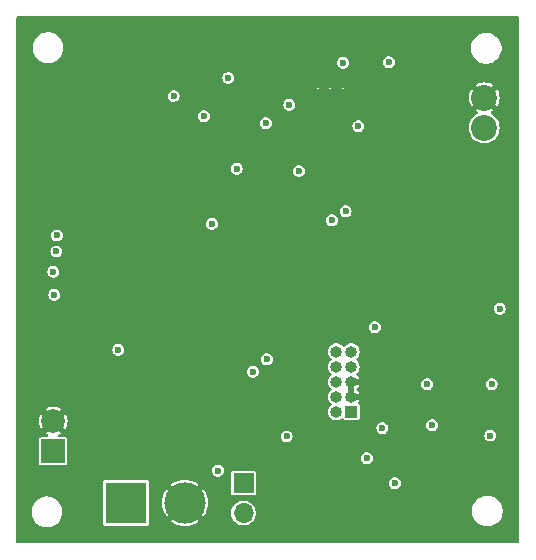
<source format=gbr>
%TF.GenerationSoftware,KiCad,Pcbnew,8.0.3*%
%TF.CreationDate,2025-04-14T11:30:40+02:00*%
%TF.ProjectId,picoballoon,7069636f-6261-46c6-9c6f-6f6e2e6b6963,rev?*%
%TF.SameCoordinates,Original*%
%TF.FileFunction,Copper,L4,Bot*%
%TF.FilePolarity,Positive*%
%FSLAX46Y46*%
G04 Gerber Fmt 4.6, Leading zero omitted, Abs format (unit mm)*
G04 Created by KiCad (PCBNEW 8.0.3) date 2025-04-14 11:30:40*
%MOMM*%
%LPD*%
G01*
G04 APERTURE LIST*
%TA.AperFunction,ComponentPad*%
%ADD10R,2.000000X2.000000*%
%TD*%
%TA.AperFunction,ComponentPad*%
%ADD11C,2.000000*%
%TD*%
%TA.AperFunction,HeatsinkPad*%
%ADD12C,0.500000*%
%TD*%
%TA.AperFunction,ComponentPad*%
%ADD13C,2.200000*%
%TD*%
%TA.AperFunction,ComponentPad*%
%ADD14R,1.000000X1.000000*%
%TD*%
%TA.AperFunction,ComponentPad*%
%ADD15O,1.000000X1.000000*%
%TD*%
%TA.AperFunction,ComponentPad*%
%ADD16R,3.500000X3.500000*%
%TD*%
%TA.AperFunction,ComponentPad*%
%ADD17C,3.500000*%
%TD*%
%TA.AperFunction,HeatsinkPad*%
%ADD18R,2.600000X2.600000*%
%TD*%
%TA.AperFunction,ComponentPad*%
%ADD19R,1.700000X1.700000*%
%TD*%
%TA.AperFunction,ComponentPad*%
%ADD20O,1.700000X1.700000*%
%TD*%
%TA.AperFunction,ViaPad*%
%ADD21C,0.600000*%
%TD*%
G04 APERTURE END LIST*
D10*
%TO.P,SC1,1,+*%
%TO.N,Net-(D1-A)*%
X122120000Y-121025000D03*
D11*
%TO.P,SC1,2,-*%
%TO.N,GND*%
X122120000Y-118485000D03*
%TD*%
D12*
%TO.P,,21,GND*%
%TO.N,GND*%
X144543750Y-91735000D03*
%TD*%
D13*
%TO.P,AE1,1,A*%
%TO.N,Net-(AE1-A)*%
X158610000Y-93640000D03*
%TO.P,AE1,2,Shield*%
%TO.N,GND*%
X158610000Y-91100000D03*
%TD*%
D12*
%TO.P,,21,GND*%
%TO.N,GND*%
X145588750Y-91745000D03*
%TD*%
%TO.P,,21,GND*%
%TO.N,GND*%
X145583750Y-90695000D03*
%TD*%
%TO.P,,21,GND*%
%TO.N,GND*%
X146633750Y-91735000D03*
%TD*%
D14*
%TO.P,J1,1,Pin_1*%
%TO.N,+3.3V*%
X147360000Y-117690000D03*
D15*
%TO.P,J1,2,Pin_2*%
%TO.N,/SWD_DIO*%
X146090000Y-117690000D03*
%TO.P,J1,3,Pin_3*%
%TO.N,GND*%
X147360000Y-116420000D03*
%TO.P,J1,4,Pin_4*%
%TO.N,/SWD_CLK*%
X146090000Y-116420000D03*
%TO.P,J1,5,Pin_5*%
%TO.N,GND*%
X147360000Y-115150000D03*
%TO.P,J1,6,Pin_6*%
%TO.N,unconnected-(J1-Pin_6-Pad6)*%
X146090000Y-115150000D03*
%TO.P,J1,7,Pin_7*%
%TO.N,unconnected-(J1-Pin_7-Pad7)*%
X147360000Y-113880000D03*
%TO.P,J1,8,Pin_8*%
%TO.N,unconnected-(J1-Pin_8-Pad8)*%
X146090000Y-113880000D03*
%TO.P,J1,9,Pin_9*%
%TO.N,unconnected-(J1-Pin_9-Pad9)*%
X147360000Y-112610000D03*
%TO.P,J1,10,Pin_10*%
%TO.N,/RESET*%
X146090000Y-112610000D03*
%TD*%
D16*
%TO.P,C1,1*%
%TO.N,+U_SC1*%
X128270000Y-125400000D03*
D17*
%TO.P,C1,2*%
%TO.N,GND*%
X133270000Y-125400000D03*
%TD*%
D12*
%TO.P,U1,21,GND*%
%TO.N,GND*%
X146638750Y-92795000D03*
X146638750Y-90695000D03*
D18*
X145588750Y-91745000D03*
D12*
X144538750Y-92795000D03*
X144538750Y-90695000D03*
%TD*%
%TO.P,,21,GND*%
%TO.N,GND*%
X145583750Y-92795000D03*
%TD*%
D19*
%TO.P,J2,1,Pin_1*%
%TO.N,+U_SC*%
X138230000Y-123720000D03*
D20*
%TO.P,J2,2,Pin_2*%
%TO.N,+U_SC1*%
X138230000Y-126260000D03*
%TD*%
D21*
%TO.N,GND*%
X161000000Y-102500000D03*
X129210000Y-118250000D03*
X158750000Y-100280000D03*
X119490000Y-89810000D03*
X156153750Y-95785000D03*
X134250000Y-128250000D03*
X140110000Y-116180000D03*
X149250000Y-128250000D03*
X156983750Y-95945000D03*
X121150000Y-111530000D03*
X155423750Y-99315000D03*
X161000000Y-91500000D03*
X155283750Y-95855000D03*
X160110000Y-102610000D03*
X119490000Y-117810000D03*
X140250000Y-128250000D03*
X126649039Y-115355314D03*
X126250000Y-128250000D03*
X140500000Y-84750000D03*
X148500000Y-84750000D03*
X161000000Y-111500000D03*
X149550000Y-86280000D03*
X158800000Y-99530000D03*
X147285000Y-94164375D03*
X132500000Y-84750000D03*
X158800000Y-105670000D03*
X140750000Y-122120000D03*
X160300000Y-96050000D03*
X153150000Y-123380000D03*
X158690000Y-96960000D03*
X119490000Y-101810000D03*
X145760000Y-104560000D03*
X130500000Y-84750000D03*
X158250000Y-128250000D03*
X155463750Y-92965000D03*
X125040000Y-117860000D03*
X161000000Y-106500000D03*
X158320000Y-95350000D03*
X157083750Y-98245000D03*
X119490000Y-108810000D03*
X128250000Y-128250000D03*
X147340000Y-107960000D03*
X157250000Y-128250000D03*
X119490000Y-111810000D03*
X146740000Y-86140000D03*
X135250000Y-128250000D03*
X139500000Y-84750000D03*
X158640000Y-118790000D03*
X124900000Y-94460000D03*
X145770000Y-102800000D03*
X152500000Y-84750000D03*
X124500000Y-84750000D03*
X136410000Y-112570000D03*
X142250000Y-128250000D03*
X129500000Y-84750000D03*
X161000000Y-120500000D03*
X144420000Y-119810000D03*
X119490000Y-110810000D03*
X138740000Y-101270000D03*
X124540000Y-111190000D03*
X155453275Y-98530330D03*
X161000000Y-96500000D03*
X142500000Y-84750000D03*
X136310000Y-114450000D03*
X124070000Y-115060000D03*
X134840000Y-102880000D03*
X133935382Y-97196073D03*
X128500000Y-84750000D03*
X145500000Y-84750000D03*
X124540000Y-97120000D03*
X139390000Y-107650000D03*
X153170000Y-116950000D03*
X154643750Y-93485000D03*
X150283750Y-91725000D03*
X153783750Y-94355000D03*
X151623750Y-90885000D03*
X151500000Y-84750000D03*
X126590000Y-96390000D03*
X144420000Y-110650000D03*
X150353750Y-89245000D03*
X129090000Y-116300000D03*
X119490000Y-92810000D03*
X125150000Y-126060000D03*
X142970000Y-94490000D03*
X140180000Y-104680000D03*
X119490000Y-97810000D03*
X151320000Y-116420000D03*
X161000000Y-105500000D03*
X123500000Y-84750000D03*
X160190000Y-94180000D03*
X143360000Y-89730000D03*
X123250000Y-128250000D03*
X156283750Y-98465000D03*
X151280000Y-118630000D03*
X161000000Y-92500000D03*
X121500000Y-84750000D03*
X147250000Y-128250000D03*
X135420000Y-118380000D03*
X157900000Y-102420000D03*
X161000000Y-86500000D03*
X127560000Y-117050000D03*
X147130000Y-97110000D03*
X125500000Y-84750000D03*
X154233750Y-90675000D03*
X157150000Y-102830000D03*
X130250000Y-128250000D03*
X146250000Y-128250000D03*
X119490000Y-95810000D03*
X150870000Y-102210000D03*
X133500000Y-84750000D03*
X155520000Y-94710000D03*
X160310000Y-97060000D03*
X156000000Y-105630000D03*
X155880000Y-89240000D03*
X150150000Y-112360000D03*
X123230000Y-89720000D03*
X155003750Y-90775000D03*
X152150000Y-86310000D03*
X119490000Y-123810000D03*
X125660000Y-119870000D03*
X150313750Y-90865000D03*
X156050000Y-124980000D03*
X142100000Y-104270000D03*
X137410000Y-122010000D03*
X123200000Y-112810000D03*
X138250000Y-128250000D03*
X161030000Y-85560000D03*
X150500000Y-84750000D03*
X151173750Y-92515000D03*
X127040000Y-99270000D03*
X155500000Y-84750000D03*
X132250000Y-128250000D03*
X133920000Y-98830000D03*
X158350000Y-101730000D03*
X119490000Y-125810000D03*
X153250000Y-128250000D03*
X141910000Y-107800000D03*
X130790000Y-116600000D03*
X145250000Y-128250000D03*
X153090000Y-113020000D03*
X139800000Y-120720000D03*
X127520000Y-118980000D03*
X161000000Y-122500000D03*
X119490000Y-114810000D03*
X161000000Y-113500000D03*
X119490000Y-103810000D03*
X158800000Y-101120000D03*
X156500000Y-84750000D03*
X119490000Y-88810000D03*
X161000000Y-87500000D03*
X156820000Y-92550000D03*
X143500000Y-84750000D03*
X136250000Y-128250000D03*
X119760000Y-84990000D03*
X161000000Y-94500000D03*
X119490000Y-104810000D03*
X136920000Y-116120000D03*
X150353750Y-92505000D03*
X131500000Y-84750000D03*
X157133750Y-99295000D03*
X131170000Y-88430000D03*
X146500000Y-84750000D03*
X154810000Y-86910000D03*
X161000000Y-123500000D03*
X156263750Y-99455000D03*
X139260000Y-95790000D03*
X137150000Y-103370000D03*
X126500000Y-84750000D03*
X136770000Y-106380000D03*
X129250000Y-128250000D03*
X119490000Y-126810000D03*
X160480000Y-84870000D03*
X161000000Y-118500000D03*
X137500000Y-84750000D03*
X155250000Y-128250000D03*
X161000000Y-124500000D03*
X140900000Y-101690000D03*
X134500000Y-84750000D03*
X161000000Y-108500000D03*
X132460000Y-96620000D03*
X137990000Y-86390000D03*
X161000000Y-115500000D03*
X161000000Y-121500000D03*
X119490000Y-124810000D03*
X122630000Y-110190000D03*
X125250000Y-128250000D03*
X158500000Y-84750000D03*
X161000000Y-109500000D03*
X158670000Y-96070000D03*
X119710000Y-127680000D03*
X161000000Y-88500000D03*
X142620000Y-86140000D03*
X138420000Y-118430000D03*
X143250000Y-128250000D03*
X119490000Y-87810000D03*
X135930000Y-108200000D03*
X161000000Y-117500000D03*
X138500000Y-84750000D03*
X135980000Y-126580000D03*
X119490000Y-93810000D03*
X147500000Y-84750000D03*
X119490000Y-99810000D03*
X161000000Y-100500000D03*
X155623750Y-91335000D03*
X161000000Y-112500000D03*
X121250000Y-128250000D03*
X119490000Y-106810000D03*
X137250000Y-128250000D03*
X152400000Y-104020000D03*
X119490000Y-121810000D03*
X152250000Y-128250000D03*
X144500000Y-84750000D03*
X150250000Y-128250000D03*
X123760000Y-100080000D03*
X151360000Y-99730000D03*
X139910000Y-115090000D03*
X140190000Y-112000000D03*
X152840000Y-108400000D03*
X158730000Y-97850000D03*
X153303750Y-90825000D03*
X160340000Y-100950000D03*
X161000000Y-101500000D03*
X141500000Y-84750000D03*
X157483750Y-97495000D03*
X128540000Y-122730000D03*
X153500000Y-84750000D03*
X159430000Y-114290000D03*
X119490000Y-112810000D03*
X138440000Y-88490000D03*
X153070000Y-109860000D03*
X161000000Y-103500000D03*
X124250000Y-128250000D03*
X150230000Y-120980000D03*
X151020000Y-107140000D03*
X144970000Y-109630000D03*
X138300000Y-113390000D03*
X161000000Y-90500000D03*
X147630000Y-99260000D03*
X157500000Y-84750000D03*
X119490000Y-105810000D03*
X161000000Y-95500000D03*
X140750000Y-92150000D03*
X154860000Y-108060000D03*
X119490000Y-119810000D03*
X157413750Y-96645000D03*
X119490000Y-91810000D03*
X153783750Y-95125000D03*
X119490000Y-98810000D03*
X151250000Y-128250000D03*
X119490000Y-113810000D03*
X161000000Y-110500000D03*
X119490000Y-86810000D03*
X119490000Y-94810000D03*
X159500000Y-84750000D03*
X150020000Y-108970000D03*
X119490000Y-120810000D03*
X127500000Y-84750000D03*
X154250000Y-128250000D03*
X148980000Y-126020000D03*
X161000000Y-99500000D03*
X119490000Y-102810000D03*
X125470000Y-113130000D03*
X137420000Y-120590000D03*
X160300000Y-98950000D03*
X161000000Y-89500000D03*
X122500000Y-84750000D03*
X161000000Y-97500000D03*
X161000000Y-119500000D03*
X119490000Y-116810000D03*
X130830000Y-118710000D03*
X148760000Y-100140000D03*
X128290000Y-97360000D03*
X158750000Y-98680000D03*
X150333750Y-90045000D03*
X141250000Y-128250000D03*
X161000000Y-125500000D03*
X136500000Y-84750000D03*
X160320000Y-98040000D03*
X153823750Y-93575000D03*
X161020000Y-127440000D03*
X119490000Y-100810000D03*
X161000000Y-126500000D03*
X161000000Y-93500000D03*
X161000000Y-114500000D03*
X128110000Y-94420000D03*
X160330000Y-101860000D03*
X119490000Y-109810000D03*
X160310000Y-95180000D03*
X119490000Y-122810000D03*
X128520000Y-91580000D03*
X143000000Y-119570000D03*
X126680000Y-101780000D03*
X149500000Y-84750000D03*
X119490000Y-96810000D03*
X119490000Y-118810000D03*
X133250000Y-128250000D03*
X119490000Y-90810000D03*
X119490000Y-85810000D03*
X120350000Y-128180000D03*
X153723750Y-95945000D03*
X150880000Y-110880000D03*
X160330000Y-100000000D03*
X139250000Y-128250000D03*
X156250000Y-128250000D03*
X152443750Y-90825000D03*
X157103750Y-102015000D03*
X122250000Y-128250000D03*
X138280000Y-112140000D03*
X151343750Y-91675000D03*
X161000000Y-107500000D03*
X124260000Y-124030000D03*
X135500000Y-84750000D03*
X144250000Y-128250000D03*
X155733750Y-92235000D03*
X161000000Y-104500000D03*
X150880000Y-113990000D03*
X126650000Y-92430000D03*
X154503750Y-95985000D03*
X152740000Y-88560000D03*
X119490000Y-107810000D03*
X121310000Y-114670000D03*
X159250000Y-128250000D03*
X161000000Y-116500000D03*
X119490000Y-115810000D03*
X132840000Y-86510000D03*
X160380000Y-128160000D03*
X135320000Y-104380000D03*
X150260000Y-100450000D03*
X154500000Y-84750000D03*
X148250000Y-128250000D03*
X161000000Y-98500000D03*
X131250000Y-128250000D03*
X120500000Y-84750000D03*
X127250000Y-128250000D03*
%TO.N,+3.3V*%
X150533750Y-88085000D03*
X136940000Y-89430000D03*
X122390000Y-104120000D03*
X136060000Y-122680000D03*
X146882500Y-100720000D03*
X122210000Y-107790000D03*
X159920000Y-108960000D03*
X146663750Y-88145000D03*
X153770000Y-115360000D03*
X134880000Y-92670000D03*
X140120000Y-93260000D03*
X122130000Y-105850000D03*
X154190000Y-118830000D03*
X127630000Y-112450000D03*
X159120000Y-119700000D03*
X148670000Y-121610000D03*
X149980000Y-119070000D03*
X159240000Y-115350000D03*
X140210000Y-113250000D03*
X135540000Y-101780000D03*
X122430000Y-102760000D03*
X149350000Y-110530000D03*
X151050000Y-123730000D03*
%TO.N,/SDN*%
X147960000Y-93510000D03*
X145711025Y-101486696D03*
%TO.N,/SCLK*%
X142100000Y-91710000D03*
X142920000Y-97310000D03*
%TO.N,/SWD_DIO*%
X141870000Y-119780000D03*
X139020000Y-114300000D03*
%TO.N,/GNSS_RESET*%
X132310000Y-90960000D03*
X137650000Y-97110000D03*
%TD*%
%TA.AperFunction,Conductor*%
%TO.N,GND*%
G36*
X161532539Y-84230185D02*
G01*
X161578294Y-84282989D01*
X161589500Y-84334500D01*
X161589500Y-128685500D01*
X161569815Y-128752539D01*
X161517011Y-128798294D01*
X161465500Y-128809500D01*
X119114500Y-128809500D01*
X119047461Y-128789815D01*
X119001706Y-128737011D01*
X118990500Y-128685500D01*
X118990500Y-126057648D01*
X120289500Y-126057648D01*
X120289500Y-126262351D01*
X120321522Y-126464534D01*
X120384781Y-126659223D01*
X120477715Y-126841613D01*
X120598028Y-127007213D01*
X120742786Y-127151971D01*
X120897749Y-127264556D01*
X120908390Y-127272287D01*
X121024607Y-127331503D01*
X121090776Y-127365218D01*
X121090778Y-127365218D01*
X121090781Y-127365220D01*
X121195137Y-127399127D01*
X121285465Y-127428477D01*
X121386557Y-127444488D01*
X121487648Y-127460500D01*
X121487649Y-127460500D01*
X121692351Y-127460500D01*
X121692352Y-127460500D01*
X121894534Y-127428477D01*
X122089219Y-127365220D01*
X122271610Y-127272287D01*
X122364590Y-127204732D01*
X122437213Y-127151971D01*
X122437215Y-127151968D01*
X122437219Y-127151966D01*
X122581966Y-127007219D01*
X122581968Y-127007215D01*
X122581971Y-127007213D01*
X122640093Y-126927213D01*
X122702287Y-126841610D01*
X122795220Y-126659219D01*
X122858477Y-126464534D01*
X122890500Y-126262352D01*
X122890500Y-126057648D01*
X122858569Y-125856046D01*
X122858477Y-125855465D01*
X122810240Y-125707007D01*
X122795220Y-125660781D01*
X122795218Y-125660778D01*
X122795218Y-125660776D01*
X122720222Y-125513590D01*
X122702287Y-125478390D01*
X122645334Y-125400000D01*
X122581971Y-125312786D01*
X122437213Y-125168028D01*
X122271613Y-125047715D01*
X122271612Y-125047714D01*
X122271610Y-125047713D01*
X122177774Y-124999901D01*
X122089223Y-124954781D01*
X121894534Y-124891522D01*
X121719995Y-124863878D01*
X121692352Y-124859500D01*
X121487648Y-124859500D01*
X121463329Y-124863351D01*
X121285465Y-124891522D01*
X121090776Y-124954781D01*
X120908386Y-125047715D01*
X120742786Y-125168028D01*
X120598028Y-125312786D01*
X120477715Y-125478386D01*
X120384781Y-125660776D01*
X120321522Y-125855465D01*
X120289500Y-126057648D01*
X118990500Y-126057648D01*
X118990500Y-123630247D01*
X126319500Y-123630247D01*
X126319500Y-127169752D01*
X126331131Y-127228229D01*
X126331132Y-127228230D01*
X126375447Y-127294552D01*
X126441769Y-127338867D01*
X126441770Y-127338868D01*
X126500247Y-127350499D01*
X126500250Y-127350500D01*
X126500252Y-127350500D01*
X130039750Y-127350500D01*
X130039751Y-127350499D01*
X130054568Y-127347552D01*
X130098229Y-127338868D01*
X130098229Y-127338867D01*
X130098231Y-127338867D01*
X130164552Y-127294552D01*
X130208867Y-127228231D01*
X130208867Y-127228229D01*
X130208868Y-127228229D01*
X130220499Y-127169752D01*
X130220500Y-127169750D01*
X130220500Y-125399998D01*
X131315019Y-125399998D01*
X131315019Y-125400001D01*
X131334918Y-125678223D01*
X131334919Y-125678230D01*
X131394207Y-125950774D01*
X131491689Y-126212134D01*
X131625361Y-126456938D01*
X131725602Y-126590843D01*
X132787037Y-125529408D01*
X132804075Y-125592993D01*
X132869901Y-125707007D01*
X132962993Y-125800099D01*
X133077007Y-125865925D01*
X133140590Y-125882962D01*
X132079155Y-126944396D01*
X132213061Y-127044637D01*
X132213061Y-127044638D01*
X132457865Y-127178310D01*
X132719225Y-127275792D01*
X132991769Y-127335080D01*
X132991776Y-127335081D01*
X133269999Y-127354981D01*
X133270001Y-127354981D01*
X133548223Y-127335081D01*
X133548230Y-127335080D01*
X133820774Y-127275792D01*
X134082134Y-127178310D01*
X134326942Y-127044635D01*
X134460842Y-126944396D01*
X134460843Y-126944396D01*
X133399410Y-125882962D01*
X133462993Y-125865925D01*
X133577007Y-125800099D01*
X133670099Y-125707007D01*
X133735925Y-125592993D01*
X133752962Y-125529409D01*
X134814396Y-126590843D01*
X134814396Y-126590842D01*
X134914635Y-126456942D01*
X135022173Y-126260000D01*
X137174417Y-126260000D01*
X137194699Y-126465932D01*
X137194700Y-126465934D01*
X137254768Y-126663954D01*
X137352315Y-126846450D01*
X137352317Y-126846452D01*
X137483589Y-127006410D01*
X137530171Y-127044638D01*
X137643550Y-127137685D01*
X137826046Y-127235232D01*
X138024066Y-127295300D01*
X138024065Y-127295300D01*
X138042529Y-127297118D01*
X138230000Y-127315583D01*
X138435934Y-127295300D01*
X138633954Y-127235232D01*
X138816450Y-127137685D01*
X138976410Y-127006410D01*
X139107685Y-126846450D01*
X139205232Y-126663954D01*
X139265300Y-126465934D01*
X139285583Y-126260000D01*
X139265300Y-126054066D01*
X139242119Y-125977648D01*
X157579500Y-125977648D01*
X157579500Y-126182351D01*
X157611522Y-126384534D01*
X157674781Y-126579223D01*
X157767715Y-126761613D01*
X157888028Y-126927213D01*
X158032786Y-127071971D01*
X158142892Y-127151966D01*
X158198390Y-127192287D01*
X158314607Y-127251503D01*
X158380776Y-127285218D01*
X158380778Y-127285218D01*
X158380781Y-127285220D01*
X158474226Y-127315582D01*
X158575465Y-127348477D01*
X158676557Y-127364488D01*
X158777648Y-127380500D01*
X158777649Y-127380500D01*
X158982351Y-127380500D01*
X158982352Y-127380500D01*
X159184534Y-127348477D01*
X159379219Y-127285220D01*
X159561610Y-127192287D01*
X159654590Y-127124732D01*
X159727213Y-127071971D01*
X159727215Y-127071968D01*
X159727219Y-127071966D01*
X159871966Y-126927219D01*
X159871968Y-126927215D01*
X159871971Y-126927213D01*
X159934164Y-126841610D01*
X159992287Y-126761610D01*
X160085220Y-126579219D01*
X160148477Y-126384534D01*
X160180500Y-126182352D01*
X160180500Y-125977648D01*
X160148477Y-125775466D01*
X160085220Y-125580781D01*
X160085218Y-125580778D01*
X160085218Y-125580776D01*
X160026647Y-125465826D01*
X159992287Y-125398390D01*
X159930093Y-125312786D01*
X159871971Y-125232786D01*
X159727213Y-125088028D01*
X159561613Y-124967715D01*
X159561612Y-124967714D01*
X159561610Y-124967713D01*
X159495592Y-124934075D01*
X159379223Y-124874781D01*
X159184534Y-124811522D01*
X159009995Y-124783878D01*
X158982352Y-124779500D01*
X158777648Y-124779500D01*
X158753329Y-124783351D01*
X158575465Y-124811522D01*
X158380776Y-124874781D01*
X158198386Y-124967715D01*
X158032786Y-125088028D01*
X157888028Y-125232786D01*
X157767715Y-125398386D01*
X157674781Y-125580776D01*
X157611522Y-125775465D01*
X157579500Y-125977648D01*
X139242119Y-125977648D01*
X139205232Y-125856046D01*
X139107685Y-125673550D01*
X139031548Y-125580776D01*
X138976410Y-125513589D01*
X138858677Y-125416969D01*
X138816450Y-125382315D01*
X138633954Y-125284768D01*
X138435934Y-125224700D01*
X138435932Y-125224699D01*
X138435934Y-125224699D01*
X138230000Y-125204417D01*
X138024067Y-125224699D01*
X137826043Y-125284769D01*
X137773628Y-125312786D01*
X137643550Y-125382315D01*
X137643548Y-125382316D01*
X137643547Y-125382317D01*
X137483589Y-125513589D01*
X137362798Y-125660776D01*
X137352315Y-125673550D01*
X137334432Y-125707007D01*
X137254769Y-125856043D01*
X137194699Y-126054067D01*
X137174417Y-126260000D01*
X135022173Y-126260000D01*
X135048310Y-126212134D01*
X135145792Y-125950774D01*
X135205080Y-125678230D01*
X135205081Y-125678223D01*
X135224981Y-125400001D01*
X135224981Y-125399998D01*
X135205081Y-125121776D01*
X135205080Y-125121769D01*
X135145792Y-124849225D01*
X135048310Y-124587865D01*
X134914638Y-124343061D01*
X134814396Y-124209155D01*
X133752962Y-125270589D01*
X133735925Y-125207007D01*
X133670099Y-125092993D01*
X133577007Y-124999901D01*
X133462993Y-124934075D01*
X133399409Y-124917037D01*
X134460843Y-123855602D01*
X134326938Y-123755362D01*
X134326938Y-123755361D01*
X134082134Y-123621689D01*
X133820774Y-123524207D01*
X133548230Y-123464919D01*
X133548223Y-123464918D01*
X133270001Y-123445019D01*
X133269999Y-123445019D01*
X132991776Y-123464918D01*
X132991769Y-123464919D01*
X132719225Y-123524207D01*
X132457865Y-123621689D01*
X132213061Y-123755361D01*
X132213054Y-123755366D01*
X132079156Y-123855601D01*
X132079155Y-123855602D01*
X133140591Y-124917037D01*
X133077007Y-124934075D01*
X132962993Y-124999901D01*
X132869901Y-125092993D01*
X132804075Y-125207007D01*
X132787037Y-125270590D01*
X131725602Y-124209155D01*
X131725601Y-124209156D01*
X131625366Y-124343054D01*
X131625361Y-124343061D01*
X131491689Y-124587865D01*
X131394207Y-124849225D01*
X131334919Y-125121769D01*
X131334918Y-125121776D01*
X131315019Y-125399998D01*
X130220500Y-125399998D01*
X130220500Y-123630249D01*
X130220499Y-123630247D01*
X130208868Y-123571770D01*
X130208867Y-123571769D01*
X130164552Y-123505447D01*
X130098230Y-123461132D01*
X130098229Y-123461131D01*
X130039752Y-123449500D01*
X130039748Y-123449500D01*
X126500252Y-123449500D01*
X126500247Y-123449500D01*
X126441770Y-123461131D01*
X126441769Y-123461132D01*
X126375447Y-123505447D01*
X126331132Y-123571769D01*
X126331131Y-123571770D01*
X126319500Y-123630247D01*
X118990500Y-123630247D01*
X118990500Y-122680000D01*
X135554353Y-122680000D01*
X135574834Y-122822456D01*
X135634622Y-122953371D01*
X135634623Y-122953373D01*
X135728872Y-123062143D01*
X135849947Y-123139953D01*
X135849950Y-123139954D01*
X135849949Y-123139954D01*
X135988036Y-123180499D01*
X135988038Y-123180500D01*
X135988039Y-123180500D01*
X136131962Y-123180500D01*
X136131962Y-123180499D01*
X136270053Y-123139953D01*
X136391128Y-123062143D01*
X136485377Y-122953373D01*
X136532474Y-122850247D01*
X137179500Y-122850247D01*
X137179500Y-124589752D01*
X137191131Y-124648229D01*
X137191132Y-124648230D01*
X137235447Y-124714552D01*
X137301769Y-124758867D01*
X137301770Y-124758868D01*
X137360247Y-124770499D01*
X137360250Y-124770500D01*
X137360252Y-124770500D01*
X139099750Y-124770500D01*
X139099751Y-124770499D01*
X139114568Y-124767552D01*
X139158229Y-124758868D01*
X139158229Y-124758867D01*
X139158231Y-124758867D01*
X139224552Y-124714552D01*
X139268867Y-124648231D01*
X139268867Y-124648229D01*
X139268868Y-124648229D01*
X139280499Y-124589752D01*
X139280500Y-124589750D01*
X139280500Y-123730000D01*
X150544353Y-123730000D01*
X150564834Y-123872456D01*
X150624622Y-124003371D01*
X150624623Y-124003373D01*
X150718872Y-124112143D01*
X150839947Y-124189953D01*
X150839950Y-124189954D01*
X150839949Y-124189954D01*
X150978036Y-124230499D01*
X150978038Y-124230500D01*
X150978039Y-124230500D01*
X151121962Y-124230500D01*
X151121962Y-124230499D01*
X151260053Y-124189953D01*
X151381128Y-124112143D01*
X151475377Y-124003373D01*
X151535165Y-123872457D01*
X151555647Y-123730000D01*
X151535165Y-123587543D01*
X151475377Y-123456627D01*
X151381128Y-123347857D01*
X151260053Y-123270047D01*
X151260051Y-123270046D01*
X151260049Y-123270045D01*
X151260050Y-123270045D01*
X151121963Y-123229500D01*
X151121961Y-123229500D01*
X150978039Y-123229500D01*
X150978036Y-123229500D01*
X150839949Y-123270045D01*
X150718873Y-123347856D01*
X150624623Y-123456626D01*
X150624622Y-123456628D01*
X150564834Y-123587543D01*
X150544353Y-123730000D01*
X139280500Y-123730000D01*
X139280500Y-122850249D01*
X139280499Y-122850247D01*
X139268868Y-122791770D01*
X139268867Y-122791769D01*
X139224552Y-122725447D01*
X139158230Y-122681132D01*
X139158229Y-122681131D01*
X139099752Y-122669500D01*
X139099748Y-122669500D01*
X137360252Y-122669500D01*
X137360247Y-122669500D01*
X137301770Y-122681131D01*
X137301769Y-122681132D01*
X137235447Y-122725447D01*
X137191132Y-122791769D01*
X137191131Y-122791770D01*
X137179500Y-122850247D01*
X136532474Y-122850247D01*
X136545165Y-122822457D01*
X136565647Y-122680000D01*
X136545165Y-122537543D01*
X136485377Y-122406627D01*
X136391128Y-122297857D01*
X136270053Y-122220047D01*
X136270051Y-122220046D01*
X136270049Y-122220045D01*
X136270050Y-122220045D01*
X136131963Y-122179500D01*
X136131961Y-122179500D01*
X135988039Y-122179500D01*
X135988036Y-122179500D01*
X135849949Y-122220045D01*
X135728873Y-122297856D01*
X135634623Y-122406626D01*
X135634622Y-122406628D01*
X135574834Y-122537543D01*
X135554353Y-122680000D01*
X118990500Y-122680000D01*
X118990500Y-118484999D01*
X120914859Y-118484999D01*
X120914859Y-118485000D01*
X120935378Y-118706439D01*
X120996240Y-118920350D01*
X121095369Y-119119428D01*
X121111137Y-119140308D01*
X121111138Y-119140308D01*
X121637037Y-118614409D01*
X121654075Y-118677993D01*
X121719901Y-118792007D01*
X121812993Y-118885099D01*
X121927007Y-118950925D01*
X121990590Y-118967962D01*
X121466672Y-119491879D01*
X121466672Y-119491880D01*
X121582821Y-119563797D01*
X121582822Y-119563798D01*
X121637223Y-119584873D01*
X121692624Y-119627446D01*
X121716215Y-119693213D01*
X121700504Y-119761293D01*
X121650480Y-119810072D01*
X121592429Y-119824500D01*
X121100247Y-119824500D01*
X121041770Y-119836131D01*
X121041769Y-119836132D01*
X120975447Y-119880447D01*
X120931132Y-119946769D01*
X120931131Y-119946770D01*
X120919500Y-120005247D01*
X120919500Y-122044752D01*
X120931131Y-122103229D01*
X120931132Y-122103230D01*
X120975447Y-122169552D01*
X121041769Y-122213867D01*
X121041770Y-122213868D01*
X121100247Y-122225499D01*
X121100250Y-122225500D01*
X121100252Y-122225500D01*
X123139750Y-122225500D01*
X123139751Y-122225499D01*
X123154568Y-122222552D01*
X123198229Y-122213868D01*
X123198229Y-122213867D01*
X123198231Y-122213867D01*
X123264552Y-122169552D01*
X123308867Y-122103231D01*
X123308867Y-122103229D01*
X123308868Y-122103229D01*
X123320499Y-122044752D01*
X123320500Y-122044750D01*
X123320500Y-121610000D01*
X148164353Y-121610000D01*
X148184834Y-121752456D01*
X148244622Y-121883371D01*
X148244623Y-121883373D01*
X148338872Y-121992143D01*
X148459947Y-122069953D01*
X148459950Y-122069954D01*
X148459949Y-122069954D01*
X148598036Y-122110499D01*
X148598038Y-122110500D01*
X148598039Y-122110500D01*
X148741962Y-122110500D01*
X148741962Y-122110499D01*
X148880053Y-122069953D01*
X149001128Y-121992143D01*
X149095377Y-121883373D01*
X149155165Y-121752457D01*
X149175647Y-121610000D01*
X149155165Y-121467543D01*
X149095377Y-121336627D01*
X149001128Y-121227857D01*
X148880053Y-121150047D01*
X148880051Y-121150046D01*
X148880049Y-121150045D01*
X148880050Y-121150045D01*
X148741963Y-121109500D01*
X148741961Y-121109500D01*
X148598039Y-121109500D01*
X148598036Y-121109500D01*
X148459949Y-121150045D01*
X148338873Y-121227856D01*
X148244623Y-121336626D01*
X148244622Y-121336628D01*
X148184834Y-121467543D01*
X148164353Y-121610000D01*
X123320500Y-121610000D01*
X123320500Y-120005249D01*
X123320499Y-120005247D01*
X123308868Y-119946770D01*
X123308867Y-119946769D01*
X123264552Y-119880447D01*
X123198230Y-119836132D01*
X123198229Y-119836131D01*
X123139752Y-119824500D01*
X123139748Y-119824500D01*
X122647569Y-119824500D01*
X122580530Y-119804815D01*
X122559028Y-119780000D01*
X141364353Y-119780000D01*
X141384834Y-119922456D01*
X141444622Y-120053371D01*
X141444623Y-120053373D01*
X141538872Y-120162143D01*
X141659947Y-120239953D01*
X141659950Y-120239954D01*
X141659949Y-120239954D01*
X141798036Y-120280499D01*
X141798038Y-120280500D01*
X141798039Y-120280500D01*
X141941962Y-120280500D01*
X141941962Y-120280499D01*
X142080053Y-120239953D01*
X142201128Y-120162143D01*
X142295377Y-120053373D01*
X142355165Y-119922457D01*
X142375647Y-119780000D01*
X142364145Y-119700000D01*
X158614353Y-119700000D01*
X158634834Y-119842456D01*
X158671370Y-119922457D01*
X158694623Y-119973373D01*
X158788872Y-120082143D01*
X158909947Y-120159953D01*
X158909950Y-120159954D01*
X158909949Y-120159954D01*
X159048036Y-120200499D01*
X159048038Y-120200500D01*
X159048039Y-120200500D01*
X159191962Y-120200500D01*
X159191962Y-120200499D01*
X159299121Y-120169035D01*
X159330050Y-120159954D01*
X159330050Y-120159953D01*
X159330053Y-120159953D01*
X159451128Y-120082143D01*
X159545377Y-119973373D01*
X159605165Y-119842457D01*
X159625647Y-119700000D01*
X159605165Y-119557543D01*
X159545377Y-119426627D01*
X159451128Y-119317857D01*
X159330053Y-119240047D01*
X159330051Y-119240046D01*
X159330049Y-119240045D01*
X159330050Y-119240045D01*
X159191963Y-119199500D01*
X159191961Y-119199500D01*
X159048039Y-119199500D01*
X159048036Y-119199500D01*
X158909949Y-119240045D01*
X158788873Y-119317856D01*
X158694623Y-119426626D01*
X158694622Y-119426628D01*
X158634834Y-119557543D01*
X158614353Y-119700000D01*
X142364145Y-119700000D01*
X142355165Y-119637543D01*
X142295377Y-119506627D01*
X142201128Y-119397857D01*
X142080053Y-119320047D01*
X142080051Y-119320046D01*
X142080049Y-119320045D01*
X142080050Y-119320045D01*
X141941963Y-119279500D01*
X141941961Y-119279500D01*
X141798039Y-119279500D01*
X141798036Y-119279500D01*
X141659949Y-119320045D01*
X141538873Y-119397856D01*
X141444623Y-119506626D01*
X141444622Y-119506628D01*
X141384834Y-119637543D01*
X141364353Y-119780000D01*
X122559028Y-119780000D01*
X122534775Y-119752011D01*
X122524831Y-119682853D01*
X122553856Y-119619297D01*
X122602775Y-119584874D01*
X122657168Y-119563801D01*
X122657181Y-119563795D01*
X122773326Y-119491879D01*
X122249410Y-118967962D01*
X122312993Y-118950925D01*
X122427007Y-118885099D01*
X122520099Y-118792007D01*
X122585925Y-118677993D01*
X122602962Y-118614409D01*
X123128861Y-119140308D01*
X123144631Y-119119425D01*
X123144633Y-119119422D01*
X123169242Y-119070000D01*
X149474353Y-119070000D01*
X149494834Y-119212456D01*
X149548744Y-119330500D01*
X149554623Y-119343373D01*
X149648872Y-119452143D01*
X149769947Y-119529953D01*
X149769950Y-119529954D01*
X149769949Y-119529954D01*
X149863911Y-119557543D01*
X149885210Y-119563797D01*
X149908036Y-119570499D01*
X149908038Y-119570500D01*
X149908039Y-119570500D01*
X150051962Y-119570500D01*
X150051962Y-119570499D01*
X150190053Y-119529953D01*
X150311128Y-119452143D01*
X150405377Y-119343373D01*
X150465165Y-119212457D01*
X150485647Y-119070000D01*
X150465165Y-118927543D01*
X150420618Y-118830000D01*
X153684353Y-118830000D01*
X153704834Y-118972456D01*
X153710563Y-118985000D01*
X153764623Y-119103373D01*
X153858872Y-119212143D01*
X153979947Y-119289953D01*
X153979950Y-119289954D01*
X153979949Y-119289954D01*
X154118036Y-119330499D01*
X154118038Y-119330500D01*
X154118039Y-119330500D01*
X154261962Y-119330500D01*
X154261962Y-119330499D01*
X154400053Y-119289953D01*
X154521128Y-119212143D01*
X154615377Y-119103373D01*
X154675165Y-118972457D01*
X154695647Y-118830000D01*
X154675165Y-118687543D01*
X154615377Y-118556627D01*
X154521128Y-118447857D01*
X154400053Y-118370047D01*
X154400051Y-118370046D01*
X154400049Y-118370045D01*
X154400050Y-118370045D01*
X154261963Y-118329500D01*
X154261961Y-118329500D01*
X154118039Y-118329500D01*
X154118036Y-118329500D01*
X153979949Y-118370045D01*
X153858873Y-118447856D01*
X153764623Y-118556626D01*
X153764622Y-118556628D01*
X153704834Y-118687543D01*
X153684353Y-118830000D01*
X150420618Y-118830000D01*
X150405377Y-118796627D01*
X150311128Y-118687857D01*
X150190053Y-118610047D01*
X150190051Y-118610046D01*
X150190049Y-118610045D01*
X150190050Y-118610045D01*
X150051963Y-118569500D01*
X150051961Y-118569500D01*
X149908039Y-118569500D01*
X149908036Y-118569500D01*
X149769949Y-118610045D01*
X149648873Y-118687856D01*
X149554623Y-118796626D01*
X149554622Y-118796628D01*
X149494834Y-118927543D01*
X149474353Y-119070000D01*
X123169242Y-119070000D01*
X123243759Y-118920350D01*
X123304621Y-118706439D01*
X123325141Y-118485000D01*
X123325141Y-118484999D01*
X123304621Y-118263560D01*
X123243759Y-118049649D01*
X123144635Y-117850580D01*
X123144630Y-117850572D01*
X123128860Y-117829690D01*
X122602962Y-118355589D01*
X122585925Y-118292007D01*
X122520099Y-118177993D01*
X122427007Y-118084901D01*
X122312993Y-118019075D01*
X122249409Y-118002037D01*
X122773327Y-117478119D01*
X122657178Y-117406202D01*
X122657177Y-117406201D01*
X122449804Y-117325865D01*
X122231193Y-117285000D01*
X122008807Y-117285000D01*
X121790195Y-117325865D01*
X121582824Y-117406200D01*
X121582823Y-117406201D01*
X121466671Y-117478119D01*
X121990590Y-118002037D01*
X121927007Y-118019075D01*
X121812993Y-118084901D01*
X121719901Y-118177993D01*
X121654075Y-118292007D01*
X121637037Y-118355590D01*
X121111138Y-117829691D01*
X121111137Y-117829691D01*
X121095368Y-117850574D01*
X120996240Y-118049649D01*
X120935378Y-118263560D01*
X120914859Y-118484999D01*
X118990500Y-118484999D01*
X118990500Y-114300000D01*
X138514353Y-114300000D01*
X138534834Y-114442456D01*
X138579286Y-114539790D01*
X138594623Y-114573373D01*
X138688872Y-114682143D01*
X138809947Y-114759953D01*
X138809950Y-114759954D01*
X138809949Y-114759954D01*
X138948036Y-114800499D01*
X138948038Y-114800500D01*
X138948039Y-114800500D01*
X139091962Y-114800500D01*
X139091962Y-114800499D01*
X139230053Y-114759953D01*
X139351128Y-114682143D01*
X139445377Y-114573373D01*
X139505165Y-114442457D01*
X139525647Y-114300000D01*
X139505165Y-114157543D01*
X139445377Y-114026627D01*
X139351128Y-113917857D01*
X139230053Y-113840047D01*
X139230051Y-113840046D01*
X139230049Y-113840045D01*
X139230050Y-113840045D01*
X139091963Y-113799500D01*
X139091961Y-113799500D01*
X138948039Y-113799500D01*
X138948036Y-113799500D01*
X138809949Y-113840045D01*
X138688873Y-113917856D01*
X138594623Y-114026626D01*
X138594622Y-114026628D01*
X138534834Y-114157543D01*
X138514353Y-114300000D01*
X118990500Y-114300000D01*
X118990500Y-113250000D01*
X139704353Y-113250000D01*
X139724834Y-113392456D01*
X139784622Y-113523371D01*
X139784623Y-113523373D01*
X139878872Y-113632143D01*
X139999947Y-113709953D01*
X139999950Y-113709954D01*
X139999949Y-113709954D01*
X140138036Y-113750499D01*
X140138038Y-113750500D01*
X140138039Y-113750500D01*
X140281962Y-113750500D01*
X140281962Y-113750499D01*
X140389121Y-113719035D01*
X140420050Y-113709954D01*
X140420050Y-113709953D01*
X140420053Y-113709953D01*
X140541128Y-113632143D01*
X140635377Y-113523373D01*
X140695165Y-113392457D01*
X140715647Y-113250000D01*
X140695165Y-113107543D01*
X140635377Y-112976627D01*
X140541128Y-112867857D01*
X140420053Y-112790047D01*
X140420051Y-112790046D01*
X140420049Y-112790045D01*
X140420050Y-112790045D01*
X140281963Y-112749500D01*
X140281961Y-112749500D01*
X140138039Y-112749500D01*
X140138036Y-112749500D01*
X139999949Y-112790045D01*
X139878873Y-112867856D01*
X139784623Y-112976626D01*
X139784622Y-112976628D01*
X139724834Y-113107543D01*
X139704353Y-113250000D01*
X118990500Y-113250000D01*
X118990500Y-112450000D01*
X127124353Y-112450000D01*
X127144834Y-112592456D01*
X127204622Y-112723371D01*
X127204623Y-112723373D01*
X127298872Y-112832143D01*
X127419947Y-112909953D01*
X127419950Y-112909954D01*
X127419949Y-112909954D01*
X127558036Y-112950499D01*
X127558038Y-112950500D01*
X127558039Y-112950500D01*
X127701962Y-112950500D01*
X127701962Y-112950499D01*
X127809121Y-112919035D01*
X127840050Y-112909954D01*
X127840050Y-112909953D01*
X127840053Y-112909953D01*
X127961128Y-112832143D01*
X128055377Y-112723373D01*
X128107153Y-112610000D01*
X145384355Y-112610000D01*
X145404859Y-112778869D01*
X145404860Y-112778874D01*
X145465182Y-112937931D01*
X145561818Y-113077930D01*
X145645634Y-113152185D01*
X145682761Y-113211374D01*
X145681993Y-113281240D01*
X145645634Y-113337815D01*
X145561818Y-113412069D01*
X145465182Y-113552068D01*
X145404860Y-113711125D01*
X145404859Y-113711130D01*
X145384355Y-113880000D01*
X145404859Y-114048869D01*
X145404860Y-114048874D01*
X145465182Y-114207931D01*
X145561818Y-114347930D01*
X145645634Y-114422185D01*
X145682761Y-114481374D01*
X145681993Y-114551240D01*
X145645634Y-114607815D01*
X145561818Y-114682069D01*
X145465182Y-114822068D01*
X145404860Y-114981125D01*
X145404859Y-114981130D01*
X145384355Y-115150000D01*
X145404859Y-115318869D01*
X145404860Y-115318874D01*
X145465182Y-115477931D01*
X145561818Y-115617930D01*
X145645634Y-115692185D01*
X145682761Y-115751374D01*
X145681993Y-115821240D01*
X145645634Y-115877815D01*
X145561818Y-115952069D01*
X145465182Y-116092068D01*
X145404860Y-116251125D01*
X145404859Y-116251130D01*
X145384355Y-116420000D01*
X145404859Y-116588869D01*
X145404860Y-116588874D01*
X145465182Y-116747931D01*
X145561818Y-116887930D01*
X145645634Y-116962185D01*
X145682761Y-117021374D01*
X145681993Y-117091240D01*
X145645634Y-117147815D01*
X145561818Y-117222069D01*
X145465182Y-117362068D01*
X145404860Y-117521125D01*
X145404859Y-117521130D01*
X145384355Y-117690000D01*
X145404859Y-117858869D01*
X145404860Y-117858874D01*
X145465182Y-118017931D01*
X145465972Y-118019075D01*
X145561817Y-118157929D01*
X145647678Y-118233995D01*
X145689150Y-118270736D01*
X145839773Y-118349789D01*
X145839775Y-118349790D01*
X146004944Y-118390500D01*
X146175056Y-118390500D01*
X146340225Y-118349790D01*
X146458641Y-118287640D01*
X146490849Y-118270736D01*
X146490850Y-118270734D01*
X146490852Y-118270734D01*
X146498771Y-118263717D01*
X146562001Y-118233995D01*
X146631265Y-118243175D01*
X146684102Y-118287640D01*
X146715447Y-118334552D01*
X146781769Y-118378867D01*
X146781770Y-118378868D01*
X146840247Y-118390499D01*
X146840250Y-118390500D01*
X146840252Y-118390500D01*
X147879750Y-118390500D01*
X147879751Y-118390499D01*
X147894568Y-118387552D01*
X147938229Y-118378868D01*
X147938229Y-118378867D01*
X147938231Y-118378867D01*
X148004552Y-118334552D01*
X148048867Y-118268231D01*
X148048867Y-118268229D01*
X148048868Y-118268229D01*
X148060499Y-118209752D01*
X148060500Y-118209750D01*
X148060500Y-117170249D01*
X148060499Y-117170247D01*
X148048868Y-117111770D01*
X148048867Y-117111769D01*
X148004551Y-117045446D01*
X147954758Y-117012175D01*
X147909954Y-116958563D01*
X147901247Y-116889238D01*
X147921600Y-116838634D01*
X147984369Y-116747697D01*
X148013837Y-116670000D01*
X147569618Y-116670000D01*
X147620064Y-116619554D01*
X147662851Y-116545445D01*
X147685000Y-116462787D01*
X147685000Y-116377213D01*
X147662851Y-116294555D01*
X147620064Y-116220446D01*
X147569618Y-116170000D01*
X147610000Y-116170000D01*
X148013836Y-116170000D01*
X147984369Y-116092302D01*
X147887807Y-115952406D01*
X147887806Y-115952405D01*
X147803611Y-115877816D01*
X147766484Y-115818626D01*
X147767252Y-115748761D01*
X147803611Y-115692184D01*
X147887806Y-115617594D01*
X147887807Y-115617593D01*
X147984369Y-115477697D01*
X148013837Y-115400000D01*
X147610000Y-115400000D01*
X147610000Y-116170000D01*
X147569618Y-116170000D01*
X147559554Y-116159936D01*
X147485445Y-116117149D01*
X147402787Y-116095000D01*
X147317213Y-116095000D01*
X147234555Y-116117149D01*
X147160446Y-116159936D01*
X147110000Y-116210382D01*
X147110000Y-115359618D01*
X147160446Y-115410064D01*
X147234555Y-115452851D01*
X147317213Y-115475000D01*
X147402787Y-115475000D01*
X147485445Y-115452851D01*
X147559554Y-115410064D01*
X147609618Y-115360000D01*
X153264353Y-115360000D01*
X153284834Y-115502456D01*
X153337416Y-115617593D01*
X153344623Y-115633373D01*
X153438872Y-115742143D01*
X153559947Y-115819953D01*
X153559950Y-115819954D01*
X153559949Y-115819954D01*
X153698036Y-115860499D01*
X153698038Y-115860500D01*
X153698039Y-115860500D01*
X153841962Y-115860500D01*
X153841962Y-115860499D01*
X153980053Y-115819953D01*
X154101128Y-115742143D01*
X154195377Y-115633373D01*
X154255165Y-115502457D01*
X154275647Y-115360000D01*
X154274209Y-115350000D01*
X158734353Y-115350000D01*
X158754834Y-115492456D01*
X158811983Y-115617593D01*
X158814623Y-115623373D01*
X158908872Y-115732143D01*
X159029947Y-115809953D01*
X159029950Y-115809954D01*
X159029949Y-115809954D01*
X159168036Y-115850499D01*
X159168038Y-115850500D01*
X159168039Y-115850500D01*
X159311962Y-115850500D01*
X159311962Y-115850499D01*
X159450053Y-115809953D01*
X159571128Y-115732143D01*
X159665377Y-115623373D01*
X159725165Y-115492457D01*
X159745647Y-115350000D01*
X159725165Y-115207543D01*
X159665377Y-115076627D01*
X159571128Y-114967857D01*
X159450053Y-114890047D01*
X159450051Y-114890046D01*
X159450049Y-114890045D01*
X159450050Y-114890045D01*
X159311963Y-114849500D01*
X159311961Y-114849500D01*
X159168039Y-114849500D01*
X159168036Y-114849500D01*
X159029949Y-114890045D01*
X158908873Y-114967856D01*
X158814623Y-115076626D01*
X158814622Y-115076628D01*
X158754834Y-115207543D01*
X158734353Y-115350000D01*
X154274209Y-115350000D01*
X154255165Y-115217543D01*
X154195377Y-115086627D01*
X154101128Y-114977857D01*
X153980053Y-114900047D01*
X153980051Y-114900046D01*
X153980049Y-114900045D01*
X153980050Y-114900045D01*
X153841963Y-114859500D01*
X153841961Y-114859500D01*
X153698039Y-114859500D01*
X153698036Y-114859500D01*
X153559949Y-114900045D01*
X153438873Y-114977856D01*
X153344623Y-115086626D01*
X153344622Y-115086628D01*
X153284834Y-115217543D01*
X153264353Y-115360000D01*
X147609618Y-115360000D01*
X147620064Y-115349554D01*
X147662851Y-115275445D01*
X147685000Y-115192787D01*
X147685000Y-115107213D01*
X147662851Y-115024555D01*
X147620064Y-114950446D01*
X147569618Y-114900000D01*
X148013836Y-114900000D01*
X147984369Y-114822302D01*
X147887807Y-114682406D01*
X147887801Y-114682400D01*
X147803988Y-114608148D01*
X147766861Y-114548959D01*
X147767629Y-114479093D01*
X147803987Y-114422519D01*
X147888183Y-114347929D01*
X147984818Y-114207930D01*
X148045140Y-114048872D01*
X148065645Y-113880000D01*
X148045140Y-113711128D01*
X148044694Y-113709953D01*
X147984817Y-113552068D01*
X147950476Y-113502318D01*
X147888183Y-113412071D01*
X147804363Y-113337813D01*
X147767238Y-113278626D01*
X147768006Y-113208761D01*
X147804363Y-113152186D01*
X147888183Y-113077929D01*
X147984818Y-112937930D01*
X148045140Y-112778872D01*
X148065645Y-112610000D01*
X148045140Y-112441128D01*
X147984818Y-112282070D01*
X147888183Y-112142071D01*
X147760852Y-112029266D01*
X147760849Y-112029263D01*
X147610226Y-111950210D01*
X147445056Y-111909500D01*
X147274944Y-111909500D01*
X147109773Y-111950210D01*
X146959150Y-112029263D01*
X146831815Y-112142072D01*
X146827049Y-112148978D01*
X146772766Y-112192968D01*
X146703317Y-112200627D01*
X146640753Y-112169523D01*
X146622951Y-112148978D01*
X146618184Y-112142072D01*
X146490849Y-112029263D01*
X146340226Y-111950210D01*
X146175056Y-111909500D01*
X146004944Y-111909500D01*
X145839773Y-111950210D01*
X145689150Y-112029263D01*
X145561816Y-112142072D01*
X145465182Y-112282068D01*
X145404860Y-112441125D01*
X145404859Y-112441130D01*
X145384355Y-112610000D01*
X128107153Y-112610000D01*
X128115165Y-112592457D01*
X128135647Y-112450000D01*
X128115165Y-112307543D01*
X128055377Y-112176627D01*
X127961128Y-112067857D01*
X127840053Y-111990047D01*
X127840051Y-111990046D01*
X127840049Y-111990045D01*
X127840050Y-111990045D01*
X127701963Y-111949500D01*
X127701961Y-111949500D01*
X127558039Y-111949500D01*
X127558036Y-111949500D01*
X127419949Y-111990045D01*
X127298873Y-112067856D01*
X127204623Y-112176626D01*
X127204622Y-112176628D01*
X127144834Y-112307543D01*
X127124353Y-112450000D01*
X118990500Y-112450000D01*
X118990500Y-110530000D01*
X148844353Y-110530000D01*
X148864834Y-110672456D01*
X148924622Y-110803371D01*
X148924623Y-110803373D01*
X149018872Y-110912143D01*
X149139947Y-110989953D01*
X149139950Y-110989954D01*
X149139949Y-110989954D01*
X149278036Y-111030499D01*
X149278038Y-111030500D01*
X149278039Y-111030500D01*
X149421962Y-111030500D01*
X149421962Y-111030499D01*
X149560053Y-110989953D01*
X149681128Y-110912143D01*
X149775377Y-110803373D01*
X149835165Y-110672457D01*
X149855647Y-110530000D01*
X149835165Y-110387543D01*
X149775377Y-110256627D01*
X149681128Y-110147857D01*
X149560053Y-110070047D01*
X149560051Y-110070046D01*
X149560049Y-110070045D01*
X149560050Y-110070045D01*
X149421963Y-110029500D01*
X149421961Y-110029500D01*
X149278039Y-110029500D01*
X149278036Y-110029500D01*
X149139949Y-110070045D01*
X149018873Y-110147856D01*
X148924623Y-110256626D01*
X148924622Y-110256628D01*
X148864834Y-110387543D01*
X148844353Y-110530000D01*
X118990500Y-110530000D01*
X118990500Y-108960000D01*
X159414353Y-108960000D01*
X159434834Y-109102456D01*
X159494622Y-109233371D01*
X159494623Y-109233373D01*
X159588872Y-109342143D01*
X159709947Y-109419953D01*
X159709950Y-109419954D01*
X159709949Y-109419954D01*
X159848036Y-109460499D01*
X159848038Y-109460500D01*
X159848039Y-109460500D01*
X159991962Y-109460500D01*
X159991962Y-109460499D01*
X160130053Y-109419953D01*
X160251128Y-109342143D01*
X160345377Y-109233373D01*
X160405165Y-109102457D01*
X160425647Y-108960000D01*
X160405165Y-108817543D01*
X160345377Y-108686627D01*
X160251128Y-108577857D01*
X160130053Y-108500047D01*
X160130051Y-108500046D01*
X160130049Y-108500045D01*
X160130050Y-108500045D01*
X159991963Y-108459500D01*
X159991961Y-108459500D01*
X159848039Y-108459500D01*
X159848036Y-108459500D01*
X159709949Y-108500045D01*
X159588873Y-108577856D01*
X159494623Y-108686626D01*
X159494622Y-108686628D01*
X159434834Y-108817543D01*
X159414353Y-108960000D01*
X118990500Y-108960000D01*
X118990500Y-107790000D01*
X121704353Y-107790000D01*
X121724834Y-107932456D01*
X121784622Y-108063371D01*
X121784623Y-108063373D01*
X121878872Y-108172143D01*
X121999947Y-108249953D01*
X121999950Y-108249954D01*
X121999949Y-108249954D01*
X122138036Y-108290499D01*
X122138038Y-108290500D01*
X122138039Y-108290500D01*
X122281962Y-108290500D01*
X122281962Y-108290499D01*
X122420053Y-108249953D01*
X122541128Y-108172143D01*
X122635377Y-108063373D01*
X122695165Y-107932457D01*
X122715647Y-107790000D01*
X122695165Y-107647543D01*
X122635377Y-107516627D01*
X122541128Y-107407857D01*
X122420053Y-107330047D01*
X122420051Y-107330046D01*
X122420049Y-107330045D01*
X122420050Y-107330045D01*
X122281963Y-107289500D01*
X122281961Y-107289500D01*
X122138039Y-107289500D01*
X122138036Y-107289500D01*
X121999949Y-107330045D01*
X121878873Y-107407856D01*
X121784623Y-107516626D01*
X121784622Y-107516628D01*
X121724834Y-107647543D01*
X121704353Y-107790000D01*
X118990500Y-107790000D01*
X118990500Y-105850000D01*
X121624353Y-105850000D01*
X121644834Y-105992456D01*
X121704622Y-106123371D01*
X121704623Y-106123373D01*
X121798872Y-106232143D01*
X121919947Y-106309953D01*
X121919950Y-106309954D01*
X121919949Y-106309954D01*
X122058036Y-106350499D01*
X122058038Y-106350500D01*
X122058039Y-106350500D01*
X122201962Y-106350500D01*
X122201962Y-106350499D01*
X122340053Y-106309953D01*
X122461128Y-106232143D01*
X122555377Y-106123373D01*
X122615165Y-105992457D01*
X122635647Y-105850000D01*
X122615165Y-105707543D01*
X122555377Y-105576627D01*
X122461128Y-105467857D01*
X122340053Y-105390047D01*
X122340051Y-105390046D01*
X122340049Y-105390045D01*
X122340050Y-105390045D01*
X122201963Y-105349500D01*
X122201961Y-105349500D01*
X122058039Y-105349500D01*
X122058036Y-105349500D01*
X121919949Y-105390045D01*
X121798873Y-105467856D01*
X121704623Y-105576626D01*
X121704622Y-105576628D01*
X121644834Y-105707543D01*
X121624353Y-105850000D01*
X118990500Y-105850000D01*
X118990500Y-104120000D01*
X121884353Y-104120000D01*
X121904834Y-104262456D01*
X121964622Y-104393371D01*
X121964623Y-104393373D01*
X122058872Y-104502143D01*
X122179947Y-104579953D01*
X122179950Y-104579954D01*
X122179949Y-104579954D01*
X122318036Y-104620499D01*
X122318038Y-104620500D01*
X122318039Y-104620500D01*
X122461962Y-104620500D01*
X122461962Y-104620499D01*
X122600053Y-104579953D01*
X122721128Y-104502143D01*
X122815377Y-104393373D01*
X122875165Y-104262457D01*
X122895647Y-104120000D01*
X122875165Y-103977543D01*
X122815377Y-103846627D01*
X122721128Y-103737857D01*
X122600053Y-103660047D01*
X122600051Y-103660046D01*
X122600049Y-103660045D01*
X122600050Y-103660045D01*
X122461963Y-103619500D01*
X122461961Y-103619500D01*
X122318039Y-103619500D01*
X122318036Y-103619500D01*
X122179949Y-103660045D01*
X122058873Y-103737856D01*
X121964623Y-103846626D01*
X121964622Y-103846628D01*
X121904834Y-103977543D01*
X121884353Y-104120000D01*
X118990500Y-104120000D01*
X118990500Y-102760000D01*
X121924353Y-102760000D01*
X121944834Y-102902456D01*
X122004622Y-103033371D01*
X122004623Y-103033373D01*
X122098872Y-103142143D01*
X122219947Y-103219953D01*
X122219950Y-103219954D01*
X122219949Y-103219954D01*
X122358036Y-103260499D01*
X122358038Y-103260500D01*
X122358039Y-103260500D01*
X122501962Y-103260500D01*
X122501962Y-103260499D01*
X122640053Y-103219953D01*
X122761128Y-103142143D01*
X122855377Y-103033373D01*
X122915165Y-102902457D01*
X122935647Y-102760000D01*
X122915165Y-102617543D01*
X122855377Y-102486627D01*
X122761128Y-102377857D01*
X122640053Y-102300047D01*
X122640051Y-102300046D01*
X122640049Y-102300045D01*
X122640050Y-102300045D01*
X122501963Y-102259500D01*
X122501961Y-102259500D01*
X122358039Y-102259500D01*
X122358036Y-102259500D01*
X122219949Y-102300045D01*
X122098873Y-102377856D01*
X122004623Y-102486626D01*
X122004622Y-102486628D01*
X121944834Y-102617543D01*
X121924353Y-102760000D01*
X118990500Y-102760000D01*
X118990500Y-101780000D01*
X135034353Y-101780000D01*
X135054834Y-101922456D01*
X135114622Y-102053371D01*
X135114623Y-102053373D01*
X135208872Y-102162143D01*
X135329947Y-102239953D01*
X135329950Y-102239954D01*
X135329949Y-102239954D01*
X135468036Y-102280499D01*
X135468038Y-102280500D01*
X135468039Y-102280500D01*
X135611962Y-102280500D01*
X135611962Y-102280499D01*
X135750053Y-102239953D01*
X135871128Y-102162143D01*
X135965377Y-102053373D01*
X136025165Y-101922457D01*
X136045647Y-101780000D01*
X136025165Y-101637543D01*
X135965377Y-101506627D01*
X135948107Y-101486696D01*
X145205378Y-101486696D01*
X145225859Y-101629152D01*
X145285647Y-101760067D01*
X145285648Y-101760069D01*
X145379897Y-101868839D01*
X145500972Y-101946649D01*
X145500975Y-101946650D01*
X145500974Y-101946650D01*
X145639061Y-101987195D01*
X145639063Y-101987196D01*
X145639064Y-101987196D01*
X145782987Y-101987196D01*
X145782987Y-101987195D01*
X145921078Y-101946649D01*
X146042153Y-101868839D01*
X146136402Y-101760069D01*
X146196190Y-101629153D01*
X146216672Y-101486696D01*
X146196190Y-101344239D01*
X146136402Y-101213323D01*
X146042153Y-101104553D01*
X145921078Y-101026743D01*
X145921076Y-101026742D01*
X145921074Y-101026741D01*
X145921075Y-101026741D01*
X145782988Y-100986196D01*
X145782986Y-100986196D01*
X145639064Y-100986196D01*
X145639061Y-100986196D01*
X145500974Y-101026741D01*
X145379898Y-101104552D01*
X145285648Y-101213322D01*
X145285647Y-101213324D01*
X145225859Y-101344239D01*
X145205378Y-101486696D01*
X135948107Y-101486696D01*
X135871128Y-101397857D01*
X135750053Y-101320047D01*
X135750051Y-101320046D01*
X135750049Y-101320045D01*
X135750050Y-101320045D01*
X135611963Y-101279500D01*
X135611961Y-101279500D01*
X135468039Y-101279500D01*
X135468036Y-101279500D01*
X135329949Y-101320045D01*
X135208873Y-101397856D01*
X135114623Y-101506626D01*
X135114622Y-101506628D01*
X135054834Y-101637543D01*
X135034353Y-101780000D01*
X118990500Y-101780000D01*
X118990500Y-100720000D01*
X146376853Y-100720000D01*
X146397334Y-100862456D01*
X146453845Y-100986196D01*
X146457123Y-100993373D01*
X146551372Y-101102143D01*
X146672447Y-101179953D01*
X146672450Y-101179954D01*
X146672449Y-101179954D01*
X146810536Y-101220499D01*
X146810538Y-101220500D01*
X146810539Y-101220500D01*
X146954462Y-101220500D01*
X146954462Y-101220499D01*
X147092553Y-101179953D01*
X147213628Y-101102143D01*
X147307877Y-100993373D01*
X147367665Y-100862457D01*
X147388147Y-100720000D01*
X147367665Y-100577543D01*
X147307877Y-100446627D01*
X147213628Y-100337857D01*
X147092553Y-100260047D01*
X147092551Y-100260046D01*
X147092549Y-100260045D01*
X147092550Y-100260045D01*
X146954463Y-100219500D01*
X146954461Y-100219500D01*
X146810539Y-100219500D01*
X146810536Y-100219500D01*
X146672449Y-100260045D01*
X146551373Y-100337856D01*
X146457123Y-100446626D01*
X146457122Y-100446628D01*
X146397334Y-100577543D01*
X146376853Y-100720000D01*
X118990500Y-100720000D01*
X118990500Y-97110000D01*
X137144353Y-97110000D01*
X137164834Y-97252456D01*
X137191114Y-97310000D01*
X137224623Y-97383373D01*
X137318872Y-97492143D01*
X137439947Y-97569953D01*
X137439950Y-97569954D01*
X137439949Y-97569954D01*
X137578036Y-97610499D01*
X137578038Y-97610500D01*
X137578039Y-97610500D01*
X137721962Y-97610500D01*
X137721962Y-97610499D01*
X137860053Y-97569953D01*
X137981128Y-97492143D01*
X138075377Y-97383373D01*
X138108886Y-97310000D01*
X142414353Y-97310000D01*
X142434834Y-97452456D01*
X142452959Y-97492143D01*
X142494623Y-97583373D01*
X142588872Y-97692143D01*
X142709947Y-97769953D01*
X142709950Y-97769954D01*
X142709949Y-97769954D01*
X142848036Y-97810499D01*
X142848038Y-97810500D01*
X142848039Y-97810500D01*
X142991962Y-97810500D01*
X142991962Y-97810499D01*
X143130053Y-97769953D01*
X143251128Y-97692143D01*
X143345377Y-97583373D01*
X143405165Y-97452457D01*
X143425647Y-97310000D01*
X143405165Y-97167543D01*
X143345377Y-97036627D01*
X143251128Y-96927857D01*
X143130053Y-96850047D01*
X143130051Y-96850046D01*
X143130049Y-96850045D01*
X143130050Y-96850045D01*
X142991963Y-96809500D01*
X142991961Y-96809500D01*
X142848039Y-96809500D01*
X142848036Y-96809500D01*
X142709949Y-96850045D01*
X142588873Y-96927856D01*
X142494623Y-97036626D01*
X142494622Y-97036628D01*
X142434834Y-97167543D01*
X142414353Y-97310000D01*
X138108886Y-97310000D01*
X138135165Y-97252457D01*
X138155647Y-97110000D01*
X138135165Y-96967543D01*
X138075377Y-96836627D01*
X137981128Y-96727857D01*
X137860053Y-96650047D01*
X137860051Y-96650046D01*
X137860049Y-96650045D01*
X137860050Y-96650045D01*
X137721963Y-96609500D01*
X137721961Y-96609500D01*
X137578039Y-96609500D01*
X137578036Y-96609500D01*
X137439949Y-96650045D01*
X137318873Y-96727856D01*
X137224623Y-96836626D01*
X137224622Y-96836628D01*
X137164834Y-96967543D01*
X137144353Y-97110000D01*
X118990500Y-97110000D01*
X118990500Y-93260000D01*
X139614353Y-93260000D01*
X139634834Y-93402456D01*
X139683949Y-93510000D01*
X139694623Y-93533373D01*
X139788872Y-93642143D01*
X139909947Y-93719953D01*
X139909950Y-93719954D01*
X139909949Y-93719954D01*
X140048036Y-93760499D01*
X140048038Y-93760500D01*
X140048039Y-93760500D01*
X140191962Y-93760500D01*
X140191962Y-93760499D01*
X140330053Y-93719953D01*
X140451128Y-93642143D01*
X140545377Y-93533373D01*
X140556051Y-93510000D01*
X147454353Y-93510000D01*
X147474834Y-93652456D01*
X147505660Y-93719954D01*
X147534623Y-93783373D01*
X147628872Y-93892143D01*
X147749947Y-93969953D01*
X147749950Y-93969954D01*
X147749949Y-93969954D01*
X147888036Y-94010499D01*
X147888038Y-94010500D01*
X147888039Y-94010500D01*
X148031962Y-94010500D01*
X148031962Y-94010499D01*
X148170053Y-93969953D01*
X148291128Y-93892143D01*
X148385377Y-93783373D01*
X148445165Y-93652457D01*
X148446956Y-93639998D01*
X157304532Y-93639998D01*
X157304532Y-93640001D01*
X157324364Y-93866686D01*
X157324366Y-93866697D01*
X157383258Y-94086488D01*
X157383261Y-94086497D01*
X157479431Y-94292732D01*
X157479432Y-94292734D01*
X157609954Y-94479141D01*
X157770858Y-94640045D01*
X157770861Y-94640047D01*
X157957266Y-94770568D01*
X158163504Y-94866739D01*
X158383308Y-94925635D01*
X158545230Y-94939801D01*
X158609998Y-94945468D01*
X158610000Y-94945468D01*
X158610002Y-94945468D01*
X158666673Y-94940509D01*
X158836692Y-94925635D01*
X159056496Y-94866739D01*
X159262734Y-94770568D01*
X159449139Y-94640047D01*
X159610047Y-94479139D01*
X159740568Y-94292734D01*
X159836739Y-94086496D01*
X159895635Y-93866692D01*
X159915468Y-93640000D01*
X159895635Y-93413308D01*
X159836739Y-93193504D01*
X159740568Y-92987266D01*
X159610047Y-92800861D01*
X159610045Y-92800858D01*
X159449141Y-92639954D01*
X159262735Y-92509433D01*
X159262736Y-92509433D01*
X159262734Y-92509432D01*
X159204132Y-92482105D01*
X159151694Y-92435933D01*
X159132543Y-92368739D01*
X159152759Y-92301858D01*
X159204135Y-92257341D01*
X159262482Y-92230133D01*
X159335471Y-92179024D01*
X158727162Y-91570715D01*
X158797203Y-91551948D01*
X158907797Y-91488097D01*
X158998097Y-91397797D01*
X159061948Y-91287203D01*
X159080715Y-91217162D01*
X159689024Y-91825471D01*
X159740136Y-91752478D01*
X159836264Y-91546331D01*
X159836269Y-91546317D01*
X159895139Y-91326610D01*
X159895141Y-91326599D01*
X159914966Y-91100002D01*
X159914966Y-91099997D01*
X159895141Y-90873400D01*
X159895139Y-90873389D01*
X159836269Y-90653682D01*
X159836264Y-90653668D01*
X159740136Y-90447521D01*
X159740132Y-90447513D01*
X159689025Y-90374526D01*
X159080715Y-90982836D01*
X159061948Y-90912797D01*
X158998097Y-90802203D01*
X158907797Y-90711903D01*
X158797203Y-90648052D01*
X158727162Y-90629284D01*
X159335472Y-90020974D01*
X159262478Y-89969863D01*
X159056331Y-89873735D01*
X159056317Y-89873730D01*
X158836610Y-89814860D01*
X158836599Y-89814858D01*
X158610002Y-89795034D01*
X158609998Y-89795034D01*
X158383400Y-89814858D01*
X158383389Y-89814860D01*
X158163682Y-89873730D01*
X158163673Y-89873734D01*
X157957516Y-89969866D01*
X157957512Y-89969868D01*
X157884526Y-90020973D01*
X157884526Y-90020974D01*
X158492837Y-90629284D01*
X158422797Y-90648052D01*
X158312203Y-90711903D01*
X158221903Y-90802203D01*
X158158052Y-90912797D01*
X158139284Y-90982836D01*
X157530974Y-90374526D01*
X157530973Y-90374526D01*
X157479868Y-90447512D01*
X157479866Y-90447516D01*
X157383734Y-90653673D01*
X157383730Y-90653682D01*
X157324860Y-90873389D01*
X157324858Y-90873400D01*
X157305034Y-91099997D01*
X157305034Y-91100002D01*
X157324858Y-91326599D01*
X157324860Y-91326610D01*
X157383730Y-91546317D01*
X157383735Y-91546331D01*
X157479863Y-91752478D01*
X157530974Y-91825472D01*
X158139284Y-91217162D01*
X158158052Y-91287203D01*
X158221903Y-91397797D01*
X158312203Y-91488097D01*
X158422797Y-91551948D01*
X158492837Y-91570715D01*
X157884526Y-92179025D01*
X157957513Y-92230132D01*
X157957521Y-92230136D01*
X158015864Y-92257342D01*
X158068304Y-92303514D01*
X158087456Y-92370707D01*
X158067241Y-92437589D01*
X158015866Y-92482105D01*
X157957272Y-92509428D01*
X157957265Y-92509432D01*
X157770858Y-92639954D01*
X157609954Y-92800858D01*
X157479432Y-92987265D01*
X157479431Y-92987267D01*
X157383261Y-93193502D01*
X157383258Y-93193511D01*
X157324366Y-93413302D01*
X157324364Y-93413313D01*
X157304532Y-93639998D01*
X148446956Y-93639998D01*
X148465647Y-93510000D01*
X148445165Y-93367543D01*
X148385377Y-93236627D01*
X148291128Y-93127857D01*
X148170053Y-93050047D01*
X148170051Y-93050046D01*
X148170049Y-93050045D01*
X148170050Y-93050045D01*
X148031963Y-93009500D01*
X148031961Y-93009500D01*
X147888039Y-93009500D01*
X147888036Y-93009500D01*
X147749949Y-93050045D01*
X147628873Y-93127856D01*
X147534623Y-93236626D01*
X147534622Y-93236628D01*
X147474834Y-93367543D01*
X147454353Y-93510000D01*
X140556051Y-93510000D01*
X140605165Y-93402457D01*
X140625647Y-93260000D01*
X140622454Y-93237791D01*
X144449508Y-93237791D01*
X144449509Y-93237792D01*
X144474051Y-93245000D01*
X144603448Y-93245000D01*
X144603455Y-93244998D01*
X144627990Y-93237793D01*
X144627990Y-93237792D01*
X144627989Y-93237791D01*
X145494508Y-93237791D01*
X145494509Y-93237792D01*
X145519051Y-93245000D01*
X145648448Y-93245000D01*
X145648455Y-93244998D01*
X145672990Y-93237793D01*
X145672990Y-93237792D01*
X145672989Y-93237791D01*
X146549508Y-93237791D01*
X146549509Y-93237792D01*
X146574051Y-93245000D01*
X146703448Y-93245000D01*
X146703455Y-93244998D01*
X146727990Y-93237793D01*
X146727990Y-93237792D01*
X146638751Y-93148553D01*
X146638749Y-93148553D01*
X146549508Y-93237791D01*
X145672989Y-93237791D01*
X145583751Y-93148553D01*
X145583749Y-93148553D01*
X145494508Y-93237791D01*
X144627989Y-93237791D01*
X144538751Y-93148553D01*
X144538749Y-93148553D01*
X144449508Y-93237791D01*
X140622454Y-93237791D01*
X140605165Y-93117543D01*
X140545377Y-92986627D01*
X140451128Y-92877857D01*
X140330053Y-92800047D01*
X140330051Y-92800046D01*
X140330049Y-92800045D01*
X140330050Y-92800045D01*
X140312864Y-92794999D01*
X144084123Y-92794999D01*
X144096827Y-92883366D01*
X144185196Y-92794999D01*
X144165306Y-92775109D01*
X144438750Y-92775109D01*
X144438750Y-92814891D01*
X144453974Y-92851645D01*
X144482105Y-92879776D01*
X144518859Y-92895000D01*
X144558641Y-92895000D01*
X144595395Y-92879776D01*
X144623526Y-92851645D01*
X144638750Y-92814891D01*
X144638750Y-92795000D01*
X144892303Y-92795000D01*
X144892303Y-92795001D01*
X144980670Y-92883368D01*
X145022090Y-92869582D01*
X145091915Y-92867088D01*
X145100410Y-92869582D01*
X145141827Y-92883367D01*
X145230196Y-92794999D01*
X145210306Y-92775109D01*
X145483750Y-92775109D01*
X145483750Y-92814891D01*
X145498974Y-92851645D01*
X145527105Y-92879776D01*
X145563859Y-92895000D01*
X145603641Y-92895000D01*
X145640395Y-92879776D01*
X145668526Y-92851645D01*
X145683750Y-92814891D01*
X145683750Y-92795000D01*
X145937303Y-92795000D01*
X145937303Y-92795001D01*
X146025670Y-92883368D01*
X146072091Y-92867918D01*
X146141916Y-92865424D01*
X146150410Y-92867918D01*
X146196827Y-92883367D01*
X146285196Y-92794999D01*
X146265306Y-92775109D01*
X146538750Y-92775109D01*
X146538750Y-92814891D01*
X146553974Y-92851645D01*
X146582105Y-92879776D01*
X146618859Y-92895000D01*
X146658641Y-92895000D01*
X146695395Y-92879776D01*
X146723526Y-92851645D01*
X146738750Y-92814891D01*
X146738750Y-92795000D01*
X146992303Y-92795000D01*
X146992303Y-92795001D01*
X147080670Y-92883368D01*
X147093376Y-92794999D01*
X147080670Y-92706631D01*
X146992303Y-92795000D01*
X146738750Y-92795000D01*
X146738750Y-92775109D01*
X146723526Y-92738355D01*
X146695395Y-92710224D01*
X146658641Y-92695000D01*
X146618859Y-92695000D01*
X146582105Y-92710224D01*
X146553974Y-92738355D01*
X146538750Y-92775109D01*
X146265306Y-92775109D01*
X146196827Y-92706630D01*
X146150409Y-92722080D01*
X146080584Y-92724574D01*
X146072091Y-92722081D01*
X146025671Y-92706631D01*
X145937303Y-92795000D01*
X145683750Y-92795000D01*
X145683750Y-92775109D01*
X145668526Y-92738355D01*
X145640395Y-92710224D01*
X145603641Y-92695000D01*
X145563859Y-92695000D01*
X145527105Y-92710224D01*
X145498974Y-92738355D01*
X145483750Y-92775109D01*
X145210306Y-92775109D01*
X145141827Y-92706630D01*
X145100408Y-92720416D01*
X145030583Y-92722909D01*
X145022092Y-92720416D01*
X144980671Y-92706630D01*
X144892303Y-92795000D01*
X144638750Y-92795000D01*
X144638750Y-92775109D01*
X144623526Y-92738355D01*
X144595395Y-92710224D01*
X144558641Y-92695000D01*
X144518859Y-92695000D01*
X144482105Y-92710224D01*
X144453974Y-92738355D01*
X144438750Y-92775109D01*
X144165306Y-92775109D01*
X144096828Y-92706631D01*
X144084123Y-92794999D01*
X140312864Y-92794999D01*
X140191963Y-92759500D01*
X140191961Y-92759500D01*
X140048039Y-92759500D01*
X140048036Y-92759500D01*
X139909949Y-92800045D01*
X139788873Y-92877856D01*
X139788872Y-92877856D01*
X139788872Y-92877857D01*
X139784098Y-92883367D01*
X139694623Y-92986626D01*
X139694622Y-92986628D01*
X139634834Y-93117543D01*
X139614353Y-93260000D01*
X118990500Y-93260000D01*
X118990500Y-92670000D01*
X134374353Y-92670000D01*
X134394834Y-92812456D01*
X134454622Y-92943371D01*
X134454623Y-92943373D01*
X134548872Y-93052143D01*
X134669947Y-93129953D01*
X134669950Y-93129954D01*
X134669949Y-93129954D01*
X134808036Y-93170499D01*
X134808038Y-93170500D01*
X134808039Y-93170500D01*
X134951962Y-93170500D01*
X134951962Y-93170499D01*
X135090053Y-93129953D01*
X135211128Y-93052143D01*
X135305377Y-92943373D01*
X135365165Y-92812457D01*
X135385647Y-92670000D01*
X135365165Y-92527543D01*
X135305377Y-92396627D01*
X135266886Y-92352206D01*
X144449508Y-92352206D01*
X144538749Y-92441446D01*
X144627988Y-92352206D01*
X145494508Y-92352206D01*
X145583749Y-92441446D01*
X145672989Y-92352205D01*
X145662336Y-92310463D01*
X145662335Y-92249135D01*
X145677989Y-92187792D01*
X145667988Y-92177791D01*
X146544509Y-92177791D01*
X146561440Y-92244132D01*
X146561439Y-92305462D01*
X146549508Y-92352206D01*
X146638749Y-92441446D01*
X146727989Y-92352206D01*
X146711059Y-92285873D01*
X146711058Y-92224544D01*
X146722989Y-92177792D01*
X146633751Y-92088553D01*
X146633749Y-92088553D01*
X146544509Y-92177791D01*
X145667988Y-92177791D01*
X145588751Y-92098553D01*
X145588749Y-92098553D01*
X145499508Y-92187791D01*
X145510164Y-92229541D01*
X145510163Y-92290871D01*
X145494508Y-92352206D01*
X144627988Y-92352206D01*
X144627989Y-92352205D01*
X144616060Y-92305463D01*
X144616059Y-92244135D01*
X144632989Y-92177792D01*
X144543751Y-92088553D01*
X144543749Y-92088553D01*
X144454508Y-92177792D01*
X144466440Y-92224543D01*
X144466439Y-92285872D01*
X144449508Y-92352206D01*
X135266886Y-92352206D01*
X135211128Y-92287857D01*
X135090053Y-92210047D01*
X135090051Y-92210046D01*
X135090049Y-92210045D01*
X135090050Y-92210045D01*
X134951963Y-92169500D01*
X134951961Y-92169500D01*
X134808039Y-92169500D01*
X134808036Y-92169500D01*
X134669949Y-92210045D01*
X134548873Y-92287856D01*
X134454623Y-92396626D01*
X134454622Y-92396628D01*
X134394834Y-92527543D01*
X134374353Y-92670000D01*
X118990500Y-92670000D01*
X118990500Y-91710000D01*
X141594353Y-91710000D01*
X141614834Y-91852456D01*
X141674622Y-91983371D01*
X141674623Y-91983373D01*
X141768872Y-92092143D01*
X141889947Y-92169953D01*
X141889950Y-92169954D01*
X141889949Y-92169954D01*
X141997107Y-92201417D01*
X142026496Y-92210047D01*
X142028036Y-92210499D01*
X142028038Y-92210500D01*
X142028039Y-92210500D01*
X142171962Y-92210500D01*
X142171962Y-92210499D01*
X142310053Y-92169953D01*
X142431128Y-92092143D01*
X142525377Y-91983373D01*
X142585165Y-91852457D01*
X142602053Y-91734999D01*
X144089123Y-91734999D01*
X144101827Y-91823366D01*
X144190196Y-91734999D01*
X144170306Y-91715109D01*
X144443750Y-91715109D01*
X144443750Y-91754891D01*
X144458974Y-91791645D01*
X144487105Y-91819776D01*
X144523859Y-91835000D01*
X144563641Y-91835000D01*
X144600395Y-91819776D01*
X144628526Y-91791645D01*
X144643750Y-91754891D01*
X144643750Y-91735000D01*
X144897303Y-91735000D01*
X144897303Y-91735001D01*
X144985669Y-91823367D01*
X145012067Y-91814582D01*
X145081892Y-91812088D01*
X145090387Y-91814582D01*
X145146827Y-91833367D01*
X145235196Y-91744999D01*
X145215306Y-91725109D01*
X145488750Y-91725109D01*
X145488750Y-91764891D01*
X145503974Y-91801645D01*
X145532105Y-91829776D01*
X145568859Y-91845000D01*
X145608641Y-91845000D01*
X145645395Y-91829776D01*
X145673526Y-91801645D01*
X145688750Y-91764891D01*
X145688750Y-91745000D01*
X145942303Y-91745000D01*
X145942303Y-91745001D01*
X146030670Y-91833368D01*
X146087112Y-91814582D01*
X146156937Y-91812088D01*
X146165432Y-91814582D01*
X146191827Y-91823367D01*
X146280196Y-91734999D01*
X146260306Y-91715109D01*
X146533750Y-91715109D01*
X146533750Y-91754891D01*
X146548974Y-91791645D01*
X146577105Y-91819776D01*
X146613859Y-91835000D01*
X146653641Y-91835000D01*
X146690395Y-91819776D01*
X146718526Y-91791645D01*
X146733750Y-91754891D01*
X146733750Y-91735000D01*
X146987303Y-91735000D01*
X146987303Y-91735001D01*
X147075670Y-91823368D01*
X147088376Y-91734999D01*
X147075670Y-91646631D01*
X146987303Y-91735000D01*
X146733750Y-91735000D01*
X146733750Y-91715109D01*
X146718526Y-91678355D01*
X146690395Y-91650224D01*
X146653641Y-91635000D01*
X146613859Y-91635000D01*
X146577105Y-91650224D01*
X146548974Y-91678355D01*
X146533750Y-91715109D01*
X146260306Y-91715109D01*
X146191827Y-91646630D01*
X146135385Y-91665416D01*
X146065560Y-91667909D01*
X146057069Y-91665416D01*
X146030672Y-91656630D01*
X145942303Y-91745000D01*
X145688750Y-91745000D01*
X145688750Y-91725109D01*
X145673526Y-91688355D01*
X145645395Y-91660224D01*
X145608641Y-91645000D01*
X145568859Y-91645000D01*
X145532105Y-91660224D01*
X145503974Y-91688355D01*
X145488750Y-91725109D01*
X145215306Y-91725109D01*
X145146827Y-91656630D01*
X145120430Y-91665416D01*
X145050605Y-91667909D01*
X145042114Y-91665416D01*
X144985671Y-91646630D01*
X144897303Y-91735000D01*
X144643750Y-91735000D01*
X144643750Y-91715109D01*
X144628526Y-91678355D01*
X144600395Y-91650224D01*
X144563641Y-91635000D01*
X144523859Y-91635000D01*
X144487105Y-91650224D01*
X144458974Y-91678355D01*
X144443750Y-91715109D01*
X144170306Y-91715109D01*
X144101828Y-91646631D01*
X144089123Y-91734999D01*
X142602053Y-91734999D01*
X142605647Y-91710000D01*
X142585165Y-91567543D01*
X142525377Y-91436627D01*
X142431128Y-91327857D01*
X142310053Y-91250047D01*
X142310051Y-91250046D01*
X142310049Y-91250045D01*
X142310050Y-91250045D01*
X142171963Y-91209500D01*
X142171961Y-91209500D01*
X142028039Y-91209500D01*
X142028036Y-91209500D01*
X141889949Y-91250045D01*
X141768873Y-91327856D01*
X141674623Y-91436626D01*
X141674622Y-91436628D01*
X141614834Y-91567543D01*
X141594353Y-91710000D01*
X118990500Y-91710000D01*
X118990500Y-90960000D01*
X131804353Y-90960000D01*
X131824834Y-91102456D01*
X131840972Y-91137792D01*
X131884623Y-91233373D01*
X131978872Y-91342143D01*
X132099947Y-91419953D01*
X132099950Y-91419954D01*
X132099949Y-91419954D01*
X132156737Y-91436628D01*
X132214379Y-91453553D01*
X132238036Y-91460499D01*
X132238038Y-91460500D01*
X132238039Y-91460500D01*
X132381962Y-91460500D01*
X132381962Y-91460499D01*
X132520053Y-91419953D01*
X132641128Y-91342143D01*
X132735377Y-91233373D01*
X132779028Y-91137792D01*
X144449508Y-91137792D01*
X144463887Y-91194133D01*
X144463886Y-91255461D01*
X144454507Y-91292205D01*
X144543749Y-91381446D01*
X144632989Y-91292206D01*
X144618611Y-91235873D01*
X144618610Y-91174543D01*
X144627989Y-91137792D01*
X145494508Y-91137792D01*
X145510163Y-91199133D01*
X145510163Y-91260461D01*
X145499508Y-91302206D01*
X145588749Y-91391446D01*
X145677989Y-91302206D01*
X145675437Y-91292206D01*
X146544508Y-91292206D01*
X146633749Y-91381446D01*
X146722989Y-91292205D01*
X146713612Y-91255463D01*
X146713611Y-91194135D01*
X146727989Y-91137792D01*
X146638751Y-91048553D01*
X146638749Y-91048553D01*
X146549509Y-91137791D01*
X146558888Y-91174541D01*
X146558887Y-91235871D01*
X146544508Y-91292206D01*
X145675437Y-91292206D01*
X145662335Y-91240873D01*
X145662334Y-91179544D01*
X145672989Y-91137792D01*
X145583751Y-91048553D01*
X145583749Y-91048553D01*
X145494508Y-91137792D01*
X144627989Y-91137792D01*
X144538751Y-91048553D01*
X144538749Y-91048553D01*
X144449508Y-91137792D01*
X132779028Y-91137792D01*
X132795165Y-91102457D01*
X132815647Y-90960000D01*
X132795165Y-90817543D01*
X132739200Y-90694999D01*
X144084123Y-90694999D01*
X144096827Y-90783366D01*
X144185196Y-90694999D01*
X144165306Y-90675109D01*
X144438750Y-90675109D01*
X144438750Y-90714891D01*
X144453974Y-90751645D01*
X144482105Y-90779776D01*
X144518859Y-90795000D01*
X144558641Y-90795000D01*
X144595395Y-90779776D01*
X144623526Y-90751645D01*
X144638750Y-90714891D01*
X144638750Y-90695000D01*
X144892303Y-90695000D01*
X144892303Y-90695001D01*
X144980670Y-90783368D01*
X145022090Y-90769582D01*
X145091915Y-90767088D01*
X145100410Y-90769582D01*
X145141827Y-90783367D01*
X145230196Y-90694999D01*
X145210306Y-90675109D01*
X145483750Y-90675109D01*
X145483750Y-90714891D01*
X145498974Y-90751645D01*
X145527105Y-90779776D01*
X145563859Y-90795000D01*
X145603641Y-90795000D01*
X145640395Y-90779776D01*
X145668526Y-90751645D01*
X145683750Y-90714891D01*
X145683750Y-90695000D01*
X145937303Y-90695000D01*
X145937303Y-90695001D01*
X146025670Y-90783368D01*
X146072091Y-90767918D01*
X146141916Y-90765424D01*
X146150410Y-90767918D01*
X146196827Y-90783367D01*
X146285196Y-90694999D01*
X146265306Y-90675109D01*
X146538750Y-90675109D01*
X146538750Y-90714891D01*
X146553974Y-90751645D01*
X146582105Y-90779776D01*
X146618859Y-90795000D01*
X146658641Y-90795000D01*
X146695395Y-90779776D01*
X146723526Y-90751645D01*
X146738750Y-90714891D01*
X146738750Y-90695000D01*
X146992303Y-90695000D01*
X146992303Y-90695001D01*
X147080670Y-90783368D01*
X147093376Y-90694999D01*
X147080670Y-90606631D01*
X146992303Y-90695000D01*
X146738750Y-90695000D01*
X146738750Y-90675109D01*
X146723526Y-90638355D01*
X146695395Y-90610224D01*
X146658641Y-90595000D01*
X146618859Y-90595000D01*
X146582105Y-90610224D01*
X146553974Y-90638355D01*
X146538750Y-90675109D01*
X146265306Y-90675109D01*
X146196827Y-90606630D01*
X146150409Y-90622080D01*
X146080584Y-90624574D01*
X146072091Y-90622081D01*
X146025671Y-90606631D01*
X145937303Y-90695000D01*
X145683750Y-90695000D01*
X145683750Y-90675109D01*
X145668526Y-90638355D01*
X145640395Y-90610224D01*
X145603641Y-90595000D01*
X145563859Y-90595000D01*
X145527105Y-90610224D01*
X145498974Y-90638355D01*
X145483750Y-90675109D01*
X145210306Y-90675109D01*
X145141827Y-90606630D01*
X145100408Y-90620416D01*
X145030583Y-90622909D01*
X145022092Y-90620416D01*
X144980671Y-90606630D01*
X144892303Y-90695000D01*
X144638750Y-90695000D01*
X144638750Y-90675109D01*
X144623526Y-90638355D01*
X144595395Y-90610224D01*
X144558641Y-90595000D01*
X144518859Y-90595000D01*
X144482105Y-90610224D01*
X144453974Y-90638355D01*
X144438750Y-90675109D01*
X144165306Y-90675109D01*
X144096828Y-90606631D01*
X144084123Y-90694999D01*
X132739200Y-90694999D01*
X132735377Y-90686627D01*
X132641128Y-90577857D01*
X132520053Y-90500047D01*
X132520051Y-90500046D01*
X132520049Y-90500045D01*
X132520050Y-90500045D01*
X132381963Y-90459500D01*
X132381961Y-90459500D01*
X132238039Y-90459500D01*
X132238036Y-90459500D01*
X132099949Y-90500045D01*
X131978873Y-90577856D01*
X131884623Y-90686626D01*
X131884622Y-90686628D01*
X131824834Y-90817543D01*
X131804353Y-90960000D01*
X118990500Y-90960000D01*
X118990500Y-90252206D01*
X144449508Y-90252206D01*
X144538749Y-90341446D01*
X144627988Y-90252206D01*
X145494508Y-90252206D01*
X145583749Y-90341446D01*
X145672988Y-90252206D01*
X146549508Y-90252206D01*
X146638749Y-90341446D01*
X146727988Y-90252206D01*
X146703447Y-90245000D01*
X146574050Y-90245000D01*
X146549508Y-90252206D01*
X145672988Y-90252206D01*
X145648447Y-90245000D01*
X145519050Y-90245000D01*
X145494508Y-90252206D01*
X144627988Y-90252206D01*
X144603447Y-90245000D01*
X144474050Y-90245000D01*
X144449508Y-90252206D01*
X118990500Y-90252206D01*
X118990500Y-89430000D01*
X136434353Y-89430000D01*
X136454834Y-89572456D01*
X136514622Y-89703371D01*
X136514623Y-89703373D01*
X136608872Y-89812143D01*
X136729947Y-89889953D01*
X136729950Y-89889954D01*
X136729949Y-89889954D01*
X136868036Y-89930499D01*
X136868038Y-89930500D01*
X136868039Y-89930500D01*
X137011962Y-89930500D01*
X137011962Y-89930499D01*
X137150053Y-89889953D01*
X137271128Y-89812143D01*
X137365377Y-89703373D01*
X137425165Y-89572457D01*
X137445647Y-89430000D01*
X137425165Y-89287543D01*
X137365377Y-89156627D01*
X137271128Y-89047857D01*
X137150053Y-88970047D01*
X137150051Y-88970046D01*
X137150049Y-88970045D01*
X137150050Y-88970045D01*
X137011963Y-88929500D01*
X137011961Y-88929500D01*
X136868039Y-88929500D01*
X136868036Y-88929500D01*
X136729949Y-88970045D01*
X136608873Y-89047856D01*
X136514623Y-89156626D01*
X136514622Y-89156628D01*
X136454834Y-89287543D01*
X136434353Y-89430000D01*
X118990500Y-89430000D01*
X118990500Y-86757648D01*
X120379500Y-86757648D01*
X120379500Y-86962351D01*
X120411522Y-87164534D01*
X120474781Y-87359223D01*
X120567715Y-87541613D01*
X120688028Y-87707213D01*
X120832786Y-87851971D01*
X120987749Y-87964556D01*
X120998390Y-87972287D01*
X121114607Y-88031503D01*
X121180776Y-88065218D01*
X121180778Y-88065218D01*
X121180781Y-88065220D01*
X121241658Y-88085000D01*
X121375465Y-88128477D01*
X121476557Y-88144488D01*
X121577648Y-88160500D01*
X121577649Y-88160500D01*
X121782351Y-88160500D01*
X121782352Y-88160500D01*
X121880214Y-88145000D01*
X146158103Y-88145000D01*
X146178584Y-88287456D01*
X146238372Y-88418371D01*
X146238373Y-88418373D01*
X146332622Y-88527143D01*
X146453697Y-88604953D01*
X146453700Y-88604954D01*
X146453699Y-88604954D01*
X146591786Y-88645499D01*
X146591788Y-88645500D01*
X146591789Y-88645500D01*
X146735712Y-88645500D01*
X146735712Y-88645499D01*
X146873803Y-88604953D01*
X146994878Y-88527143D01*
X147089127Y-88418373D01*
X147148915Y-88287457D01*
X147169397Y-88145000D01*
X147160770Y-88085000D01*
X150028103Y-88085000D01*
X150048584Y-88227456D01*
X150075986Y-88287456D01*
X150108373Y-88358373D01*
X150202622Y-88467143D01*
X150323697Y-88544953D01*
X150323700Y-88544954D01*
X150323699Y-88544954D01*
X150461786Y-88585499D01*
X150461788Y-88585500D01*
X150461789Y-88585500D01*
X150605712Y-88585500D01*
X150605712Y-88585499D01*
X150743803Y-88544953D01*
X150864878Y-88467143D01*
X150959127Y-88358373D01*
X151018915Y-88227457D01*
X151039397Y-88085000D01*
X151018915Y-87942543D01*
X150959127Y-87811627D01*
X150864878Y-87702857D01*
X150743803Y-87625047D01*
X150743801Y-87625046D01*
X150743799Y-87625045D01*
X150743800Y-87625045D01*
X150605713Y-87584500D01*
X150605711Y-87584500D01*
X150461789Y-87584500D01*
X150461786Y-87584500D01*
X150323699Y-87625045D01*
X150202623Y-87702856D01*
X150108373Y-87811626D01*
X150108372Y-87811628D01*
X150048584Y-87942543D01*
X150028103Y-88085000D01*
X147160770Y-88085000D01*
X147148915Y-88002543D01*
X147089127Y-87871627D01*
X146994878Y-87762857D01*
X146873803Y-87685047D01*
X146873801Y-87685046D01*
X146873799Y-87685045D01*
X146873800Y-87685045D01*
X146735713Y-87644500D01*
X146735711Y-87644500D01*
X146591789Y-87644500D01*
X146591786Y-87644500D01*
X146453699Y-87685045D01*
X146332623Y-87762856D01*
X146238373Y-87871626D01*
X146238372Y-87871628D01*
X146178584Y-88002543D01*
X146158103Y-88145000D01*
X121880214Y-88145000D01*
X121984534Y-88128477D01*
X122179219Y-88065220D01*
X122361610Y-87972287D01*
X122454590Y-87904732D01*
X122527213Y-87851971D01*
X122527215Y-87851968D01*
X122527219Y-87851966D01*
X122671966Y-87707219D01*
X122671968Y-87707215D01*
X122671971Y-87707213D01*
X122731668Y-87625045D01*
X122792287Y-87541610D01*
X122885220Y-87359219D01*
X122948477Y-87164534D01*
X122980500Y-86962352D01*
X122980500Y-86817648D01*
X157479500Y-86817648D01*
X157479500Y-87022351D01*
X157511522Y-87224534D01*
X157574781Y-87419223D01*
X157667715Y-87601613D01*
X157788028Y-87767213D01*
X157932786Y-87911971D01*
X158087749Y-88024556D01*
X158098390Y-88032287D01*
X158163021Y-88065218D01*
X158280776Y-88125218D01*
X158280778Y-88125218D01*
X158280781Y-88125220D01*
X158341658Y-88145000D01*
X158475465Y-88188477D01*
X158576557Y-88204488D01*
X158677648Y-88220500D01*
X158677649Y-88220500D01*
X158882351Y-88220500D01*
X158882352Y-88220500D01*
X159084534Y-88188477D01*
X159279219Y-88125220D01*
X159461610Y-88032287D01*
X159585133Y-87942543D01*
X159627213Y-87911971D01*
X159627215Y-87911968D01*
X159627219Y-87911966D01*
X159771966Y-87767219D01*
X159771968Y-87767215D01*
X159771971Y-87767213D01*
X159831668Y-87685045D01*
X159892287Y-87601610D01*
X159985220Y-87419219D01*
X160048477Y-87224534D01*
X160080500Y-87022352D01*
X160080500Y-86817648D01*
X160048477Y-86615466D01*
X160028981Y-86555465D01*
X159985218Y-86420776D01*
X159951503Y-86354607D01*
X159892287Y-86238390D01*
X159848692Y-86178386D01*
X159771971Y-86072786D01*
X159627213Y-85928028D01*
X159461613Y-85807715D01*
X159461612Y-85807714D01*
X159461610Y-85807713D01*
X159404653Y-85778691D01*
X159279223Y-85714781D01*
X159084534Y-85651522D01*
X158909995Y-85623878D01*
X158882352Y-85619500D01*
X158677648Y-85619500D01*
X158653329Y-85623351D01*
X158475465Y-85651522D01*
X158280776Y-85714781D01*
X158098386Y-85807715D01*
X157932786Y-85928028D01*
X157788028Y-86072786D01*
X157667715Y-86238386D01*
X157574781Y-86420776D01*
X157511522Y-86615465D01*
X157479500Y-86817648D01*
X122980500Y-86817648D01*
X122980500Y-86757648D01*
X122948477Y-86555466D01*
X122885220Y-86360781D01*
X122885218Y-86360778D01*
X122885218Y-86360776D01*
X122851503Y-86294607D01*
X122792287Y-86178390D01*
X122784556Y-86167749D01*
X122671971Y-86012786D01*
X122527213Y-85868028D01*
X122361613Y-85747715D01*
X122361612Y-85747714D01*
X122361610Y-85747713D01*
X122304653Y-85718691D01*
X122179223Y-85654781D01*
X121984534Y-85591522D01*
X121809995Y-85563878D01*
X121782352Y-85559500D01*
X121577648Y-85559500D01*
X121553329Y-85563351D01*
X121375465Y-85591522D01*
X121180776Y-85654781D01*
X120998386Y-85747715D01*
X120832786Y-85868028D01*
X120688028Y-86012786D01*
X120567715Y-86178386D01*
X120474781Y-86360776D01*
X120411522Y-86555465D01*
X120379500Y-86757648D01*
X118990500Y-86757648D01*
X118990500Y-84334500D01*
X119010185Y-84267461D01*
X119062989Y-84221706D01*
X119114500Y-84210500D01*
X161465500Y-84210500D01*
X161532539Y-84230185D01*
G37*
%TD.AperFunction*%
%TD*%
M02*

</source>
